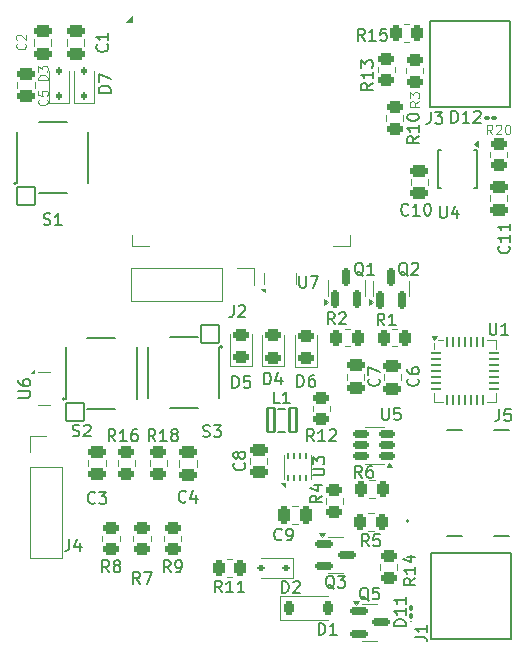
<source format=gto>
G04 #@! TF.GenerationSoftware,KiCad,Pcbnew,9.0.2*
G04 #@! TF.CreationDate,2025-07-23T09:57:04+02:00*
G04 #@! TF.ProjectId,Capteur_courant_IoT,43617074-6575-4725-9f63-6f7572616e74,rev?*
G04 #@! TF.SameCoordinates,Original*
G04 #@! TF.FileFunction,Legend,Top*
G04 #@! TF.FilePolarity,Positive*
%FSLAX46Y46*%
G04 Gerber Fmt 4.6, Leading zero omitted, Abs format (unit mm)*
G04 Created by KiCad (PCBNEW 9.0.2) date 2025-07-23 09:57:04*
%MOMM*%
%LPD*%
G01*
G04 APERTURE LIST*
G04 Aperture macros list*
%AMRoundRect*
0 Rectangle with rounded corners*
0 $1 Rounding radius*
0 $2 $3 $4 $5 $6 $7 $8 $9 X,Y pos of 4 corners*
0 Add a 4 corners polygon primitive as box body*
4,1,4,$2,$3,$4,$5,$6,$7,$8,$9,$2,$3,0*
0 Add four circle primitives for the rounded corners*
1,1,$1+$1,$2,$3*
1,1,$1+$1,$4,$5*
1,1,$1+$1,$6,$7*
1,1,$1+$1,$8,$9*
0 Add four rect primitives between the rounded corners*
20,1,$1+$1,$2,$3,$4,$5,0*
20,1,$1+$1,$4,$5,$6,$7,0*
20,1,$1+$1,$6,$7,$8,$9,0*
20,1,$1+$1,$8,$9,$2,$3,0*%
G04 Aperture macros list end*
%ADD10C,0.150000*%
%ADD11C,0.080000*%
%ADD12C,0.100000*%
%ADD13C,0.120000*%
%ADD14C,0.127000*%
%ADD15C,0.200000*%
%ADD16C,0.152400*%
%ADD17C,0.010000*%
%ADD18RoundRect,0.250000X0.262500X0.450000X-0.262500X0.450000X-0.262500X-0.450000X0.262500X-0.450000X0*%
%ADD19RoundRect,0.112500X0.187500X0.112500X-0.187500X0.112500X-0.187500X-0.112500X0.187500X-0.112500X0*%
%ADD20RoundRect,0.250000X-0.475000X0.250000X-0.475000X-0.250000X0.475000X-0.250000X0.475000X0.250000X0*%
%ADD21RoundRect,0.250000X0.475000X-0.250000X0.475000X0.250000X-0.475000X0.250000X-0.475000X-0.250000X0*%
%ADD22RoundRect,0.250000X0.450000X-0.262500X0.450000X0.262500X-0.450000X0.262500X-0.450000X-0.262500X0*%
%ADD23C,5.600000*%
%ADD24RoundRect,0.150000X0.512500X0.150000X-0.512500X0.150000X-0.512500X-0.150000X0.512500X-0.150000X0*%
%ADD25RoundRect,0.250000X-0.262500X-0.450000X0.262500X-0.450000X0.262500X0.450000X-0.262500X0.450000X0*%
%ADD26RoundRect,0.102000X0.312500X1.000000X-0.312500X1.000000X-0.312500X-1.000000X0.312500X-1.000000X0*%
%ADD27RoundRect,0.150000X0.150000X-0.587500X0.150000X0.587500X-0.150000X0.587500X-0.150000X-0.587500X0*%
%ADD28RoundRect,0.250000X-0.450000X0.262500X-0.450000X-0.262500X0.450000X-0.262500X0.450000X0.262500X0*%
%ADD29R,0.250000X0.625000*%
%ADD30R,0.450000X0.700000*%
%ADD31R,0.450000X0.575000*%
%ADD32RoundRect,0.062500X-0.337500X-0.062500X0.337500X-0.062500X0.337500X0.062500X-0.337500X0.062500X0*%
%ADD33RoundRect,0.062500X-0.062500X-0.337500X0.062500X-0.337500X0.062500X0.337500X-0.062500X0.337500X0*%
%ADD34R,3.350000X3.350000*%
%ADD35R,0.625000X0.250000*%
%ADD36R,0.700000X0.450000*%
%ADD37R,0.575000X0.450000*%
%ADD38RoundRect,0.150000X-0.587500X-0.150000X0.587500X-0.150000X0.587500X0.150000X-0.587500X0.150000X0*%
%ADD39R,1.700000X1.700000*%
%ADD40C,1.700000*%
%ADD41RoundRect,0.102000X0.754000X-0.754000X0.754000X0.754000X-0.754000X0.754000X-0.754000X-0.754000X0*%
%ADD42C,1.712000*%
%ADD43RoundRect,0.100000X0.100000X-0.130000X0.100000X0.130000X-0.100000X0.130000X-0.100000X-0.130000X0*%
%ADD44RoundRect,0.243750X0.456250X-0.243750X0.456250X0.243750X-0.456250X0.243750X-0.456250X-0.243750X0*%
%ADD45C,1.651000*%
%ADD46RoundRect,0.062500X0.062500X-0.187500X0.062500X0.187500X-0.062500X0.187500X-0.062500X-0.187500X0*%
%ADD47R,1.600000X0.900000*%
%ADD48RoundRect,0.102000X-0.754000X0.754000X-0.754000X-0.754000X0.754000X-0.754000X0.754000X0.754000X0*%
%ADD49R,0.250000X1.100000*%
%ADD50RoundRect,0.112500X0.112500X-0.187500X0.112500X0.187500X-0.112500X0.187500X-0.112500X-0.187500X0*%
%ADD51RoundRect,0.100000X-0.130000X-0.100000X0.130000X-0.100000X0.130000X0.100000X-0.130000X0.100000X0*%
%ADD52RoundRect,0.250000X0.250000X0.475000X-0.250000X0.475000X-0.250000X-0.475000X0.250000X-0.475000X0*%
%ADD53R,1.500000X0.900000*%
%ADD54R,0.900000X1.500000*%
%ADD55R,0.900000X0.900000*%
%ADD56C,0.600000*%
%ADD57RoundRect,0.225000X-0.225000X-0.375000X0.225000X-0.375000X0.225000X0.375000X-0.225000X0.375000X0*%
%ADD58C,0.650000*%
%ADD59O,2.304000X1.204000*%
%ADD60O,2.004000X1.204000*%
G04 APERTURE END LIST*
D10*
X150433333Y-99354819D02*
X150100000Y-98878628D01*
X149861905Y-99354819D02*
X149861905Y-98354819D01*
X149861905Y-98354819D02*
X150242857Y-98354819D01*
X150242857Y-98354819D02*
X150338095Y-98402438D01*
X150338095Y-98402438D02*
X150385714Y-98450057D01*
X150385714Y-98450057D02*
X150433333Y-98545295D01*
X150433333Y-98545295D02*
X150433333Y-98688152D01*
X150433333Y-98688152D02*
X150385714Y-98783390D01*
X150385714Y-98783390D02*
X150338095Y-98831009D01*
X150338095Y-98831009D02*
X150242857Y-98878628D01*
X150242857Y-98878628D02*
X149861905Y-98878628D01*
X150814286Y-98450057D02*
X150861905Y-98402438D01*
X150861905Y-98402438D02*
X150957143Y-98354819D01*
X150957143Y-98354819D02*
X151195238Y-98354819D01*
X151195238Y-98354819D02*
X151290476Y-98402438D01*
X151290476Y-98402438D02*
X151338095Y-98450057D01*
X151338095Y-98450057D02*
X151385714Y-98545295D01*
X151385714Y-98545295D02*
X151385714Y-98640533D01*
X151385714Y-98640533D02*
X151338095Y-98783390D01*
X151338095Y-98783390D02*
X150766667Y-99354819D01*
X150766667Y-99354819D02*
X151385714Y-99354819D01*
X145961905Y-122114819D02*
X145961905Y-121114819D01*
X145961905Y-121114819D02*
X146200000Y-121114819D01*
X146200000Y-121114819D02*
X146342857Y-121162438D01*
X146342857Y-121162438D02*
X146438095Y-121257676D01*
X146438095Y-121257676D02*
X146485714Y-121352914D01*
X146485714Y-121352914D02*
X146533333Y-121543390D01*
X146533333Y-121543390D02*
X146533333Y-121686247D01*
X146533333Y-121686247D02*
X146485714Y-121876723D01*
X146485714Y-121876723D02*
X146438095Y-121971961D01*
X146438095Y-121971961D02*
X146342857Y-122067200D01*
X146342857Y-122067200D02*
X146200000Y-122114819D01*
X146200000Y-122114819D02*
X145961905Y-122114819D01*
X146914286Y-121210057D02*
X146961905Y-121162438D01*
X146961905Y-121162438D02*
X147057143Y-121114819D01*
X147057143Y-121114819D02*
X147295238Y-121114819D01*
X147295238Y-121114819D02*
X147390476Y-121162438D01*
X147390476Y-121162438D02*
X147438095Y-121210057D01*
X147438095Y-121210057D02*
X147485714Y-121305295D01*
X147485714Y-121305295D02*
X147485714Y-121400533D01*
X147485714Y-121400533D02*
X147438095Y-121543390D01*
X147438095Y-121543390D02*
X146866667Y-122114819D01*
X146866667Y-122114819D02*
X147485714Y-122114819D01*
X142759580Y-111116666D02*
X142807200Y-111164285D01*
X142807200Y-111164285D02*
X142854819Y-111307142D01*
X142854819Y-111307142D02*
X142854819Y-111402380D01*
X142854819Y-111402380D02*
X142807200Y-111545237D01*
X142807200Y-111545237D02*
X142711961Y-111640475D01*
X142711961Y-111640475D02*
X142616723Y-111688094D01*
X142616723Y-111688094D02*
X142426247Y-111735713D01*
X142426247Y-111735713D02*
X142283390Y-111735713D01*
X142283390Y-111735713D02*
X142092914Y-111688094D01*
X142092914Y-111688094D02*
X141997676Y-111640475D01*
X141997676Y-111640475D02*
X141902438Y-111545237D01*
X141902438Y-111545237D02*
X141854819Y-111402380D01*
X141854819Y-111402380D02*
X141854819Y-111307142D01*
X141854819Y-111307142D02*
X141902438Y-111164285D01*
X141902438Y-111164285D02*
X141950057Y-111116666D01*
X142283390Y-110545237D02*
X142235771Y-110640475D01*
X142235771Y-110640475D02*
X142188152Y-110688094D01*
X142188152Y-110688094D02*
X142092914Y-110735713D01*
X142092914Y-110735713D02*
X142045295Y-110735713D01*
X142045295Y-110735713D02*
X141950057Y-110688094D01*
X141950057Y-110688094D02*
X141902438Y-110640475D01*
X141902438Y-110640475D02*
X141854819Y-110545237D01*
X141854819Y-110545237D02*
X141854819Y-110354761D01*
X141854819Y-110354761D02*
X141902438Y-110259523D01*
X141902438Y-110259523D02*
X141950057Y-110211904D01*
X141950057Y-110211904D02*
X142045295Y-110164285D01*
X142045295Y-110164285D02*
X142092914Y-110164285D01*
X142092914Y-110164285D02*
X142188152Y-110211904D01*
X142188152Y-110211904D02*
X142235771Y-110259523D01*
X142235771Y-110259523D02*
X142283390Y-110354761D01*
X142283390Y-110354761D02*
X142283390Y-110545237D01*
X142283390Y-110545237D02*
X142331009Y-110640475D01*
X142331009Y-110640475D02*
X142378628Y-110688094D01*
X142378628Y-110688094D02*
X142473866Y-110735713D01*
X142473866Y-110735713D02*
X142664342Y-110735713D01*
X142664342Y-110735713D02*
X142759580Y-110688094D01*
X142759580Y-110688094D02*
X142807200Y-110640475D01*
X142807200Y-110640475D02*
X142854819Y-110545237D01*
X142854819Y-110545237D02*
X142854819Y-110354761D01*
X142854819Y-110354761D02*
X142807200Y-110259523D01*
X142807200Y-110259523D02*
X142759580Y-110211904D01*
X142759580Y-110211904D02*
X142664342Y-110164285D01*
X142664342Y-110164285D02*
X142473866Y-110164285D01*
X142473866Y-110164285D02*
X142378628Y-110211904D01*
X142378628Y-110211904D02*
X142331009Y-110259523D01*
X142331009Y-110259523D02*
X142283390Y-110354761D01*
X157459580Y-103966666D02*
X157507200Y-104014285D01*
X157507200Y-104014285D02*
X157554819Y-104157142D01*
X157554819Y-104157142D02*
X157554819Y-104252380D01*
X157554819Y-104252380D02*
X157507200Y-104395237D01*
X157507200Y-104395237D02*
X157411961Y-104490475D01*
X157411961Y-104490475D02*
X157316723Y-104538094D01*
X157316723Y-104538094D02*
X157126247Y-104585713D01*
X157126247Y-104585713D02*
X156983390Y-104585713D01*
X156983390Y-104585713D02*
X156792914Y-104538094D01*
X156792914Y-104538094D02*
X156697676Y-104490475D01*
X156697676Y-104490475D02*
X156602438Y-104395237D01*
X156602438Y-104395237D02*
X156554819Y-104252380D01*
X156554819Y-104252380D02*
X156554819Y-104157142D01*
X156554819Y-104157142D02*
X156602438Y-104014285D01*
X156602438Y-104014285D02*
X156650057Y-103966666D01*
X156554819Y-103109523D02*
X156554819Y-103299999D01*
X156554819Y-103299999D02*
X156602438Y-103395237D01*
X156602438Y-103395237D02*
X156650057Y-103442856D01*
X156650057Y-103442856D02*
X156792914Y-103538094D01*
X156792914Y-103538094D02*
X156983390Y-103585713D01*
X156983390Y-103585713D02*
X157364342Y-103585713D01*
X157364342Y-103585713D02*
X157459580Y-103538094D01*
X157459580Y-103538094D02*
X157507200Y-103490475D01*
X157507200Y-103490475D02*
X157554819Y-103395237D01*
X157554819Y-103395237D02*
X157554819Y-103204761D01*
X157554819Y-103204761D02*
X157507200Y-103109523D01*
X157507200Y-103109523D02*
X157459580Y-103061904D01*
X157459580Y-103061904D02*
X157364342Y-103014285D01*
X157364342Y-103014285D02*
X157126247Y-103014285D01*
X157126247Y-103014285D02*
X157031009Y-103061904D01*
X157031009Y-103061904D02*
X156983390Y-103109523D01*
X156983390Y-103109523D02*
X156935771Y-103204761D01*
X156935771Y-103204761D02*
X156935771Y-103395237D01*
X156935771Y-103395237D02*
X156983390Y-103490475D01*
X156983390Y-103490475D02*
X157031009Y-103538094D01*
X157031009Y-103538094D02*
X157126247Y-103585713D01*
X157254819Y-120842857D02*
X156778628Y-121176190D01*
X157254819Y-121414285D02*
X156254819Y-121414285D01*
X156254819Y-121414285D02*
X156254819Y-121033333D01*
X156254819Y-121033333D02*
X156302438Y-120938095D01*
X156302438Y-120938095D02*
X156350057Y-120890476D01*
X156350057Y-120890476D02*
X156445295Y-120842857D01*
X156445295Y-120842857D02*
X156588152Y-120842857D01*
X156588152Y-120842857D02*
X156683390Y-120890476D01*
X156683390Y-120890476D02*
X156731009Y-120938095D01*
X156731009Y-120938095D02*
X156778628Y-121033333D01*
X156778628Y-121033333D02*
X156778628Y-121414285D01*
X157254819Y-119890476D02*
X157254819Y-120461904D01*
X157254819Y-120176190D02*
X156254819Y-120176190D01*
X156254819Y-120176190D02*
X156397676Y-120271428D01*
X156397676Y-120271428D02*
X156492914Y-120366666D01*
X156492914Y-120366666D02*
X156540533Y-120461904D01*
X156588152Y-119033333D02*
X157254819Y-119033333D01*
X156207200Y-119271428D02*
X156921485Y-119509523D01*
X156921485Y-119509523D02*
X156921485Y-118890476D01*
X154438095Y-106454819D02*
X154438095Y-107264342D01*
X154438095Y-107264342D02*
X154485714Y-107359580D01*
X154485714Y-107359580D02*
X154533333Y-107407200D01*
X154533333Y-107407200D02*
X154628571Y-107454819D01*
X154628571Y-107454819D02*
X154819047Y-107454819D01*
X154819047Y-107454819D02*
X154914285Y-107407200D01*
X154914285Y-107407200D02*
X154961904Y-107359580D01*
X154961904Y-107359580D02*
X155009523Y-107264342D01*
X155009523Y-107264342D02*
X155009523Y-106454819D01*
X155961904Y-106454819D02*
X155485714Y-106454819D01*
X155485714Y-106454819D02*
X155438095Y-106931009D01*
X155438095Y-106931009D02*
X155485714Y-106883390D01*
X155485714Y-106883390D02*
X155580952Y-106835771D01*
X155580952Y-106835771D02*
X155819047Y-106835771D01*
X155819047Y-106835771D02*
X155914285Y-106883390D01*
X155914285Y-106883390D02*
X155961904Y-106931009D01*
X155961904Y-106931009D02*
X156009523Y-107026247D01*
X156009523Y-107026247D02*
X156009523Y-107264342D01*
X156009523Y-107264342D02*
X155961904Y-107359580D01*
X155961904Y-107359580D02*
X155914285Y-107407200D01*
X155914285Y-107407200D02*
X155819047Y-107454819D01*
X155819047Y-107454819D02*
X155580952Y-107454819D01*
X155580952Y-107454819D02*
X155485714Y-107407200D01*
X155485714Y-107407200D02*
X155438095Y-107359580D01*
X148657142Y-109254819D02*
X148323809Y-108778628D01*
X148085714Y-109254819D02*
X148085714Y-108254819D01*
X148085714Y-108254819D02*
X148466666Y-108254819D01*
X148466666Y-108254819D02*
X148561904Y-108302438D01*
X148561904Y-108302438D02*
X148609523Y-108350057D01*
X148609523Y-108350057D02*
X148657142Y-108445295D01*
X148657142Y-108445295D02*
X148657142Y-108588152D01*
X148657142Y-108588152D02*
X148609523Y-108683390D01*
X148609523Y-108683390D02*
X148561904Y-108731009D01*
X148561904Y-108731009D02*
X148466666Y-108778628D01*
X148466666Y-108778628D02*
X148085714Y-108778628D01*
X149609523Y-109254819D02*
X149038095Y-109254819D01*
X149323809Y-109254819D02*
X149323809Y-108254819D01*
X149323809Y-108254819D02*
X149228571Y-108397676D01*
X149228571Y-108397676D02*
X149133333Y-108492914D01*
X149133333Y-108492914D02*
X149038095Y-108540533D01*
X149990476Y-108350057D02*
X150038095Y-108302438D01*
X150038095Y-108302438D02*
X150133333Y-108254819D01*
X150133333Y-108254819D02*
X150371428Y-108254819D01*
X150371428Y-108254819D02*
X150466666Y-108302438D01*
X150466666Y-108302438D02*
X150514285Y-108350057D01*
X150514285Y-108350057D02*
X150561904Y-108445295D01*
X150561904Y-108445295D02*
X150561904Y-108540533D01*
X150561904Y-108540533D02*
X150514285Y-108683390D01*
X150514285Y-108683390D02*
X149942857Y-109254819D01*
X149942857Y-109254819D02*
X150561904Y-109254819D01*
D11*
X157585935Y-80473332D02*
X157204982Y-80739999D01*
X157585935Y-80930475D02*
X156785935Y-80930475D01*
X156785935Y-80930475D02*
X156785935Y-80625713D01*
X156785935Y-80625713D02*
X156824030Y-80549523D01*
X156824030Y-80549523D02*
X156862125Y-80511428D01*
X156862125Y-80511428D02*
X156938316Y-80473332D01*
X156938316Y-80473332D02*
X157052601Y-80473332D01*
X157052601Y-80473332D02*
X157128792Y-80511428D01*
X157128792Y-80511428D02*
X157166887Y-80549523D01*
X157166887Y-80549523D02*
X157204982Y-80625713D01*
X157204982Y-80625713D02*
X157204982Y-80930475D01*
X156785935Y-80206666D02*
X156785935Y-79711428D01*
X156785935Y-79711428D02*
X157090697Y-79978094D01*
X157090697Y-79978094D02*
X157090697Y-79863809D01*
X157090697Y-79863809D02*
X157128792Y-79787618D01*
X157128792Y-79787618D02*
X157166887Y-79749523D01*
X157166887Y-79749523D02*
X157243078Y-79711428D01*
X157243078Y-79711428D02*
X157433554Y-79711428D01*
X157433554Y-79711428D02*
X157509744Y-79749523D01*
X157509744Y-79749523D02*
X157547840Y-79787618D01*
X157547840Y-79787618D02*
X157585935Y-79863809D01*
X157585935Y-79863809D02*
X157585935Y-80092380D01*
X157585935Y-80092380D02*
X157547840Y-80168571D01*
X157547840Y-80168571D02*
X157509744Y-80206666D01*
D10*
X153333333Y-118154819D02*
X153000000Y-117678628D01*
X152761905Y-118154819D02*
X152761905Y-117154819D01*
X152761905Y-117154819D02*
X153142857Y-117154819D01*
X153142857Y-117154819D02*
X153238095Y-117202438D01*
X153238095Y-117202438D02*
X153285714Y-117250057D01*
X153285714Y-117250057D02*
X153333333Y-117345295D01*
X153333333Y-117345295D02*
X153333333Y-117488152D01*
X153333333Y-117488152D02*
X153285714Y-117583390D01*
X153285714Y-117583390D02*
X153238095Y-117631009D01*
X153238095Y-117631009D02*
X153142857Y-117678628D01*
X153142857Y-117678628D02*
X152761905Y-117678628D01*
X154238095Y-117154819D02*
X153761905Y-117154819D01*
X153761905Y-117154819D02*
X153714286Y-117631009D01*
X153714286Y-117631009D02*
X153761905Y-117583390D01*
X153761905Y-117583390D02*
X153857143Y-117535771D01*
X153857143Y-117535771D02*
X154095238Y-117535771D01*
X154095238Y-117535771D02*
X154190476Y-117583390D01*
X154190476Y-117583390D02*
X154238095Y-117631009D01*
X154238095Y-117631009D02*
X154285714Y-117726247D01*
X154285714Y-117726247D02*
X154285714Y-117964342D01*
X154285714Y-117964342D02*
X154238095Y-118059580D01*
X154238095Y-118059580D02*
X154190476Y-118107200D01*
X154190476Y-118107200D02*
X154095238Y-118154819D01*
X154095238Y-118154819D02*
X153857143Y-118154819D01*
X153857143Y-118154819D02*
X153761905Y-118107200D01*
X153761905Y-118107200D02*
X153714286Y-118059580D01*
X149354819Y-113866666D02*
X148878628Y-114199999D01*
X149354819Y-114438094D02*
X148354819Y-114438094D01*
X148354819Y-114438094D02*
X148354819Y-114057142D01*
X148354819Y-114057142D02*
X148402438Y-113961904D01*
X148402438Y-113961904D02*
X148450057Y-113914285D01*
X148450057Y-113914285D02*
X148545295Y-113866666D01*
X148545295Y-113866666D02*
X148688152Y-113866666D01*
X148688152Y-113866666D02*
X148783390Y-113914285D01*
X148783390Y-113914285D02*
X148831009Y-113961904D01*
X148831009Y-113961904D02*
X148878628Y-114057142D01*
X148878628Y-114057142D02*
X148878628Y-114438094D01*
X148688152Y-113009523D02*
X149354819Y-113009523D01*
X148307200Y-113247618D02*
X149021485Y-113485713D01*
X149021485Y-113485713D02*
X149021485Y-112866666D01*
X154633333Y-99454819D02*
X154300000Y-98978628D01*
X154061905Y-99454819D02*
X154061905Y-98454819D01*
X154061905Y-98454819D02*
X154442857Y-98454819D01*
X154442857Y-98454819D02*
X154538095Y-98502438D01*
X154538095Y-98502438D02*
X154585714Y-98550057D01*
X154585714Y-98550057D02*
X154633333Y-98645295D01*
X154633333Y-98645295D02*
X154633333Y-98788152D01*
X154633333Y-98788152D02*
X154585714Y-98883390D01*
X154585714Y-98883390D02*
X154538095Y-98931009D01*
X154538095Y-98931009D02*
X154442857Y-98978628D01*
X154442857Y-98978628D02*
X154061905Y-98978628D01*
X155585714Y-99454819D02*
X155014286Y-99454819D01*
X155300000Y-99454819D02*
X155300000Y-98454819D01*
X155300000Y-98454819D02*
X155204762Y-98597676D01*
X155204762Y-98597676D02*
X155109524Y-98692914D01*
X155109524Y-98692914D02*
X155014286Y-98740533D01*
X145770833Y-106054819D02*
X145294643Y-106054819D01*
X145294643Y-106054819D02*
X145294643Y-105054819D01*
X146627976Y-106054819D02*
X146056548Y-106054819D01*
X146342262Y-106054819D02*
X146342262Y-105054819D01*
X146342262Y-105054819D02*
X146247024Y-105197676D01*
X146247024Y-105197676D02*
X146151786Y-105292914D01*
X146151786Y-105292914D02*
X146056548Y-105340533D01*
X152733333Y-112354819D02*
X152400000Y-111878628D01*
X152161905Y-112354819D02*
X152161905Y-111354819D01*
X152161905Y-111354819D02*
X152542857Y-111354819D01*
X152542857Y-111354819D02*
X152638095Y-111402438D01*
X152638095Y-111402438D02*
X152685714Y-111450057D01*
X152685714Y-111450057D02*
X152733333Y-111545295D01*
X152733333Y-111545295D02*
X152733333Y-111688152D01*
X152733333Y-111688152D02*
X152685714Y-111783390D01*
X152685714Y-111783390D02*
X152638095Y-111831009D01*
X152638095Y-111831009D02*
X152542857Y-111878628D01*
X152542857Y-111878628D02*
X152161905Y-111878628D01*
X153590476Y-111354819D02*
X153400000Y-111354819D01*
X153400000Y-111354819D02*
X153304762Y-111402438D01*
X153304762Y-111402438D02*
X153257143Y-111450057D01*
X153257143Y-111450057D02*
X153161905Y-111592914D01*
X153161905Y-111592914D02*
X153114286Y-111783390D01*
X153114286Y-111783390D02*
X153114286Y-112164342D01*
X153114286Y-112164342D02*
X153161905Y-112259580D01*
X153161905Y-112259580D02*
X153209524Y-112307200D01*
X153209524Y-112307200D02*
X153304762Y-112354819D01*
X153304762Y-112354819D02*
X153495238Y-112354819D01*
X153495238Y-112354819D02*
X153590476Y-112307200D01*
X153590476Y-112307200D02*
X153638095Y-112259580D01*
X153638095Y-112259580D02*
X153685714Y-112164342D01*
X153685714Y-112164342D02*
X153685714Y-111926247D01*
X153685714Y-111926247D02*
X153638095Y-111831009D01*
X153638095Y-111831009D02*
X153590476Y-111783390D01*
X153590476Y-111783390D02*
X153495238Y-111735771D01*
X153495238Y-111735771D02*
X153304762Y-111735771D01*
X153304762Y-111735771D02*
X153209524Y-111783390D01*
X153209524Y-111783390D02*
X153161905Y-111831009D01*
X153161905Y-111831009D02*
X153114286Y-111926247D01*
X152864761Y-95250057D02*
X152769523Y-95202438D01*
X152769523Y-95202438D02*
X152674285Y-95107200D01*
X152674285Y-95107200D02*
X152531428Y-94964342D01*
X152531428Y-94964342D02*
X152436190Y-94916723D01*
X152436190Y-94916723D02*
X152340952Y-94916723D01*
X152388571Y-95154819D02*
X152293333Y-95107200D01*
X152293333Y-95107200D02*
X152198095Y-95011961D01*
X152198095Y-95011961D02*
X152150476Y-94821485D01*
X152150476Y-94821485D02*
X152150476Y-94488152D01*
X152150476Y-94488152D02*
X152198095Y-94297676D01*
X152198095Y-94297676D02*
X152293333Y-94202438D01*
X152293333Y-94202438D02*
X152388571Y-94154819D01*
X152388571Y-94154819D02*
X152579047Y-94154819D01*
X152579047Y-94154819D02*
X152674285Y-94202438D01*
X152674285Y-94202438D02*
X152769523Y-94297676D01*
X152769523Y-94297676D02*
X152817142Y-94488152D01*
X152817142Y-94488152D02*
X152817142Y-94821485D01*
X152817142Y-94821485D02*
X152769523Y-95011961D01*
X152769523Y-95011961D02*
X152674285Y-95107200D01*
X152674285Y-95107200D02*
X152579047Y-95154819D01*
X152579047Y-95154819D02*
X152388571Y-95154819D01*
X153769523Y-95154819D02*
X153198095Y-95154819D01*
X153483809Y-95154819D02*
X153483809Y-94154819D01*
X153483809Y-94154819D02*
X153388571Y-94297676D01*
X153388571Y-94297676D02*
X153293333Y-94392914D01*
X153293333Y-94392914D02*
X153198095Y-94440533D01*
X156657142Y-90059580D02*
X156609523Y-90107200D01*
X156609523Y-90107200D02*
X156466666Y-90154819D01*
X156466666Y-90154819D02*
X156371428Y-90154819D01*
X156371428Y-90154819D02*
X156228571Y-90107200D01*
X156228571Y-90107200D02*
X156133333Y-90011961D01*
X156133333Y-90011961D02*
X156085714Y-89916723D01*
X156085714Y-89916723D02*
X156038095Y-89726247D01*
X156038095Y-89726247D02*
X156038095Y-89583390D01*
X156038095Y-89583390D02*
X156085714Y-89392914D01*
X156085714Y-89392914D02*
X156133333Y-89297676D01*
X156133333Y-89297676D02*
X156228571Y-89202438D01*
X156228571Y-89202438D02*
X156371428Y-89154819D01*
X156371428Y-89154819D02*
X156466666Y-89154819D01*
X156466666Y-89154819D02*
X156609523Y-89202438D01*
X156609523Y-89202438D02*
X156657142Y-89250057D01*
X157609523Y-90154819D02*
X157038095Y-90154819D01*
X157323809Y-90154819D02*
X157323809Y-89154819D01*
X157323809Y-89154819D02*
X157228571Y-89297676D01*
X157228571Y-89297676D02*
X157133333Y-89392914D01*
X157133333Y-89392914D02*
X157038095Y-89440533D01*
X158228571Y-89154819D02*
X158323809Y-89154819D01*
X158323809Y-89154819D02*
X158419047Y-89202438D01*
X158419047Y-89202438D02*
X158466666Y-89250057D01*
X158466666Y-89250057D02*
X158514285Y-89345295D01*
X158514285Y-89345295D02*
X158561904Y-89535771D01*
X158561904Y-89535771D02*
X158561904Y-89773866D01*
X158561904Y-89773866D02*
X158514285Y-89964342D01*
X158514285Y-89964342D02*
X158466666Y-90059580D01*
X158466666Y-90059580D02*
X158419047Y-90107200D01*
X158419047Y-90107200D02*
X158323809Y-90154819D01*
X158323809Y-90154819D02*
X158228571Y-90154819D01*
X158228571Y-90154819D02*
X158133333Y-90107200D01*
X158133333Y-90107200D02*
X158085714Y-90059580D01*
X158085714Y-90059580D02*
X158038095Y-89964342D01*
X158038095Y-89964342D02*
X157990476Y-89773866D01*
X157990476Y-89773866D02*
X157990476Y-89535771D01*
X157990476Y-89535771D02*
X158038095Y-89345295D01*
X158038095Y-89345295D02*
X158085714Y-89250057D01*
X158085714Y-89250057D02*
X158133333Y-89202438D01*
X158133333Y-89202438D02*
X158228571Y-89154819D01*
D12*
X163785714Y-83264895D02*
X163519047Y-82883942D01*
X163328571Y-83264895D02*
X163328571Y-82464895D01*
X163328571Y-82464895D02*
X163633333Y-82464895D01*
X163633333Y-82464895D02*
X163709523Y-82502990D01*
X163709523Y-82502990D02*
X163747618Y-82541085D01*
X163747618Y-82541085D02*
X163785714Y-82617276D01*
X163785714Y-82617276D02*
X163785714Y-82731561D01*
X163785714Y-82731561D02*
X163747618Y-82807752D01*
X163747618Y-82807752D02*
X163709523Y-82845847D01*
X163709523Y-82845847D02*
X163633333Y-82883942D01*
X163633333Y-82883942D02*
X163328571Y-82883942D01*
X164090475Y-82541085D02*
X164128571Y-82502990D01*
X164128571Y-82502990D02*
X164204761Y-82464895D01*
X164204761Y-82464895D02*
X164395237Y-82464895D01*
X164395237Y-82464895D02*
X164471428Y-82502990D01*
X164471428Y-82502990D02*
X164509523Y-82541085D01*
X164509523Y-82541085D02*
X164547618Y-82617276D01*
X164547618Y-82617276D02*
X164547618Y-82693466D01*
X164547618Y-82693466D02*
X164509523Y-82807752D01*
X164509523Y-82807752D02*
X164052380Y-83264895D01*
X164052380Y-83264895D02*
X164547618Y-83264895D01*
X165042857Y-82464895D02*
X165119047Y-82464895D01*
X165119047Y-82464895D02*
X165195238Y-82502990D01*
X165195238Y-82502990D02*
X165233333Y-82541085D01*
X165233333Y-82541085D02*
X165271428Y-82617276D01*
X165271428Y-82617276D02*
X165309523Y-82769657D01*
X165309523Y-82769657D02*
X165309523Y-82960133D01*
X165309523Y-82960133D02*
X165271428Y-83112514D01*
X165271428Y-83112514D02*
X165233333Y-83188704D01*
X165233333Y-83188704D02*
X165195238Y-83226800D01*
X165195238Y-83226800D02*
X165119047Y-83264895D01*
X165119047Y-83264895D02*
X165042857Y-83264895D01*
X165042857Y-83264895D02*
X164966666Y-83226800D01*
X164966666Y-83226800D02*
X164928571Y-83188704D01*
X164928571Y-83188704D02*
X164890476Y-83112514D01*
X164890476Y-83112514D02*
X164852380Y-82960133D01*
X164852380Y-82960133D02*
X164852380Y-82769657D01*
X164852380Y-82769657D02*
X164890476Y-82617276D01*
X164890476Y-82617276D02*
X164928571Y-82541085D01*
X164928571Y-82541085D02*
X164966666Y-82502990D01*
X164966666Y-82502990D02*
X165042857Y-82464895D01*
D11*
X126039744Y-80333332D02*
X126077840Y-80371428D01*
X126077840Y-80371428D02*
X126115935Y-80485713D01*
X126115935Y-80485713D02*
X126115935Y-80561904D01*
X126115935Y-80561904D02*
X126077840Y-80676190D01*
X126077840Y-80676190D02*
X126001649Y-80752380D01*
X126001649Y-80752380D02*
X125925459Y-80790475D01*
X125925459Y-80790475D02*
X125773078Y-80828571D01*
X125773078Y-80828571D02*
X125658792Y-80828571D01*
X125658792Y-80828571D02*
X125506411Y-80790475D01*
X125506411Y-80790475D02*
X125430220Y-80752380D01*
X125430220Y-80752380D02*
X125354030Y-80676190D01*
X125354030Y-80676190D02*
X125315935Y-80561904D01*
X125315935Y-80561904D02*
X125315935Y-80485713D01*
X125315935Y-80485713D02*
X125354030Y-80371428D01*
X125354030Y-80371428D02*
X125392125Y-80333332D01*
X125315935Y-79609523D02*
X125315935Y-79990475D01*
X125315935Y-79990475D02*
X125696887Y-80028571D01*
X125696887Y-80028571D02*
X125658792Y-79990475D01*
X125658792Y-79990475D02*
X125620697Y-79914285D01*
X125620697Y-79914285D02*
X125620697Y-79723809D01*
X125620697Y-79723809D02*
X125658792Y-79647618D01*
X125658792Y-79647618D02*
X125696887Y-79609523D01*
X125696887Y-79609523D02*
X125773078Y-79571428D01*
X125773078Y-79571428D02*
X125963554Y-79571428D01*
X125963554Y-79571428D02*
X126039744Y-79609523D01*
X126039744Y-79609523D02*
X126077840Y-79647618D01*
X126077840Y-79647618D02*
X126115935Y-79723809D01*
X126115935Y-79723809D02*
X126115935Y-79914285D01*
X126115935Y-79914285D02*
X126077840Y-79990475D01*
X126077840Y-79990475D02*
X126039744Y-80028571D01*
D10*
X137833333Y-114359580D02*
X137785714Y-114407200D01*
X137785714Y-114407200D02*
X137642857Y-114454819D01*
X137642857Y-114454819D02*
X137547619Y-114454819D01*
X137547619Y-114454819D02*
X137404762Y-114407200D01*
X137404762Y-114407200D02*
X137309524Y-114311961D01*
X137309524Y-114311961D02*
X137261905Y-114216723D01*
X137261905Y-114216723D02*
X137214286Y-114026247D01*
X137214286Y-114026247D02*
X137214286Y-113883390D01*
X137214286Y-113883390D02*
X137261905Y-113692914D01*
X137261905Y-113692914D02*
X137309524Y-113597676D01*
X137309524Y-113597676D02*
X137404762Y-113502438D01*
X137404762Y-113502438D02*
X137547619Y-113454819D01*
X137547619Y-113454819D02*
X137642857Y-113454819D01*
X137642857Y-113454819D02*
X137785714Y-113502438D01*
X137785714Y-113502438D02*
X137833333Y-113550057D01*
X138690476Y-113788152D02*
X138690476Y-114454819D01*
X138452381Y-113407200D02*
X138214286Y-114121485D01*
X138214286Y-114121485D02*
X138833333Y-114121485D01*
X153654819Y-78930357D02*
X153178628Y-79263690D01*
X153654819Y-79501785D02*
X152654819Y-79501785D01*
X152654819Y-79501785D02*
X152654819Y-79120833D01*
X152654819Y-79120833D02*
X152702438Y-79025595D01*
X152702438Y-79025595D02*
X152750057Y-78977976D01*
X152750057Y-78977976D02*
X152845295Y-78930357D01*
X152845295Y-78930357D02*
X152988152Y-78930357D01*
X152988152Y-78930357D02*
X153083390Y-78977976D01*
X153083390Y-78977976D02*
X153131009Y-79025595D01*
X153131009Y-79025595D02*
X153178628Y-79120833D01*
X153178628Y-79120833D02*
X153178628Y-79501785D01*
X153654819Y-77977976D02*
X153654819Y-78549404D01*
X153654819Y-78263690D02*
X152654819Y-78263690D01*
X152654819Y-78263690D02*
X152797676Y-78358928D01*
X152797676Y-78358928D02*
X152892914Y-78454166D01*
X152892914Y-78454166D02*
X152940533Y-78549404D01*
X152654819Y-77644642D02*
X152654819Y-77025595D01*
X152654819Y-77025595D02*
X153035771Y-77358928D01*
X153035771Y-77358928D02*
X153035771Y-77216071D01*
X153035771Y-77216071D02*
X153083390Y-77120833D01*
X153083390Y-77120833D02*
X153131009Y-77073214D01*
X153131009Y-77073214D02*
X153226247Y-77025595D01*
X153226247Y-77025595D02*
X153464342Y-77025595D01*
X153464342Y-77025595D02*
X153559580Y-77073214D01*
X153559580Y-77073214D02*
X153607200Y-77120833D01*
X153607200Y-77120833D02*
X153654819Y-77216071D01*
X153654819Y-77216071D02*
X153654819Y-77501785D01*
X153654819Y-77501785D02*
X153607200Y-77597023D01*
X153607200Y-77597023D02*
X153559580Y-77644642D01*
X133933333Y-121354819D02*
X133600000Y-120878628D01*
X133361905Y-121354819D02*
X133361905Y-120354819D01*
X133361905Y-120354819D02*
X133742857Y-120354819D01*
X133742857Y-120354819D02*
X133838095Y-120402438D01*
X133838095Y-120402438D02*
X133885714Y-120450057D01*
X133885714Y-120450057D02*
X133933333Y-120545295D01*
X133933333Y-120545295D02*
X133933333Y-120688152D01*
X133933333Y-120688152D02*
X133885714Y-120783390D01*
X133885714Y-120783390D02*
X133838095Y-120831009D01*
X133838095Y-120831009D02*
X133742857Y-120878628D01*
X133742857Y-120878628D02*
X133361905Y-120878628D01*
X134266667Y-120354819D02*
X134933333Y-120354819D01*
X134933333Y-120354819D02*
X134504762Y-121354819D01*
X147438095Y-95254819D02*
X147438095Y-96064342D01*
X147438095Y-96064342D02*
X147485714Y-96159580D01*
X147485714Y-96159580D02*
X147533333Y-96207200D01*
X147533333Y-96207200D02*
X147628571Y-96254819D01*
X147628571Y-96254819D02*
X147819047Y-96254819D01*
X147819047Y-96254819D02*
X147914285Y-96207200D01*
X147914285Y-96207200D02*
X147961904Y-96159580D01*
X147961904Y-96159580D02*
X148009523Y-96064342D01*
X148009523Y-96064342D02*
X148009523Y-95254819D01*
X148390476Y-95254819D02*
X149057142Y-95254819D01*
X149057142Y-95254819D02*
X148628571Y-96254819D01*
X163538095Y-99254819D02*
X163538095Y-100064342D01*
X163538095Y-100064342D02*
X163585714Y-100159580D01*
X163585714Y-100159580D02*
X163633333Y-100207200D01*
X163633333Y-100207200D02*
X163728571Y-100254819D01*
X163728571Y-100254819D02*
X163919047Y-100254819D01*
X163919047Y-100254819D02*
X164014285Y-100207200D01*
X164014285Y-100207200D02*
X164061904Y-100159580D01*
X164061904Y-100159580D02*
X164109523Y-100064342D01*
X164109523Y-100064342D02*
X164109523Y-99254819D01*
X165109523Y-100254819D02*
X164538095Y-100254819D01*
X164823809Y-100254819D02*
X164823809Y-99254819D01*
X164823809Y-99254819D02*
X164728571Y-99397676D01*
X164728571Y-99397676D02*
X164633333Y-99492914D01*
X164633333Y-99492914D02*
X164538095Y-99540533D01*
X152957142Y-75354819D02*
X152623809Y-74878628D01*
X152385714Y-75354819D02*
X152385714Y-74354819D01*
X152385714Y-74354819D02*
X152766666Y-74354819D01*
X152766666Y-74354819D02*
X152861904Y-74402438D01*
X152861904Y-74402438D02*
X152909523Y-74450057D01*
X152909523Y-74450057D02*
X152957142Y-74545295D01*
X152957142Y-74545295D02*
X152957142Y-74688152D01*
X152957142Y-74688152D02*
X152909523Y-74783390D01*
X152909523Y-74783390D02*
X152861904Y-74831009D01*
X152861904Y-74831009D02*
X152766666Y-74878628D01*
X152766666Y-74878628D02*
X152385714Y-74878628D01*
X153909523Y-75354819D02*
X153338095Y-75354819D01*
X153623809Y-75354819D02*
X153623809Y-74354819D01*
X153623809Y-74354819D02*
X153528571Y-74497676D01*
X153528571Y-74497676D02*
X153433333Y-74592914D01*
X153433333Y-74592914D02*
X153338095Y-74640533D01*
X154814285Y-74354819D02*
X154338095Y-74354819D01*
X154338095Y-74354819D02*
X154290476Y-74831009D01*
X154290476Y-74831009D02*
X154338095Y-74783390D01*
X154338095Y-74783390D02*
X154433333Y-74735771D01*
X154433333Y-74735771D02*
X154671428Y-74735771D01*
X154671428Y-74735771D02*
X154766666Y-74783390D01*
X154766666Y-74783390D02*
X154814285Y-74831009D01*
X154814285Y-74831009D02*
X154861904Y-74926247D01*
X154861904Y-74926247D02*
X154861904Y-75164342D01*
X154861904Y-75164342D02*
X154814285Y-75259580D01*
X154814285Y-75259580D02*
X154766666Y-75307200D01*
X154766666Y-75307200D02*
X154671428Y-75354819D01*
X154671428Y-75354819D02*
X154433333Y-75354819D01*
X154433333Y-75354819D02*
X154338095Y-75307200D01*
X154338095Y-75307200D02*
X154290476Y-75259580D01*
X123654819Y-105561904D02*
X124464342Y-105561904D01*
X124464342Y-105561904D02*
X124559580Y-105514285D01*
X124559580Y-105514285D02*
X124607200Y-105466666D01*
X124607200Y-105466666D02*
X124654819Y-105371428D01*
X124654819Y-105371428D02*
X124654819Y-105180952D01*
X124654819Y-105180952D02*
X124607200Y-105085714D01*
X124607200Y-105085714D02*
X124559580Y-105038095D01*
X124559580Y-105038095D02*
X124464342Y-104990476D01*
X124464342Y-104990476D02*
X123654819Y-104990476D01*
X123654819Y-104085714D02*
X123654819Y-104276190D01*
X123654819Y-104276190D02*
X123702438Y-104371428D01*
X123702438Y-104371428D02*
X123750057Y-104419047D01*
X123750057Y-104419047D02*
X123892914Y-104514285D01*
X123892914Y-104514285D02*
X124083390Y-104561904D01*
X124083390Y-104561904D02*
X124464342Y-104561904D01*
X124464342Y-104561904D02*
X124559580Y-104514285D01*
X124559580Y-104514285D02*
X124607200Y-104466666D01*
X124607200Y-104466666D02*
X124654819Y-104371428D01*
X124654819Y-104371428D02*
X124654819Y-104180952D01*
X124654819Y-104180952D02*
X124607200Y-104085714D01*
X124607200Y-104085714D02*
X124559580Y-104038095D01*
X124559580Y-104038095D02*
X124464342Y-103990476D01*
X124464342Y-103990476D02*
X124226247Y-103990476D01*
X124226247Y-103990476D02*
X124131009Y-104038095D01*
X124131009Y-104038095D02*
X124083390Y-104085714D01*
X124083390Y-104085714D02*
X124035771Y-104180952D01*
X124035771Y-104180952D02*
X124035771Y-104371428D01*
X124035771Y-104371428D02*
X124083390Y-104466666D01*
X124083390Y-104466666D02*
X124131009Y-104514285D01*
X124131009Y-104514285D02*
X124226247Y-104561904D01*
X150404761Y-121750057D02*
X150309523Y-121702438D01*
X150309523Y-121702438D02*
X150214285Y-121607200D01*
X150214285Y-121607200D02*
X150071428Y-121464342D01*
X150071428Y-121464342D02*
X149976190Y-121416723D01*
X149976190Y-121416723D02*
X149880952Y-121416723D01*
X149928571Y-121654819D02*
X149833333Y-121607200D01*
X149833333Y-121607200D02*
X149738095Y-121511961D01*
X149738095Y-121511961D02*
X149690476Y-121321485D01*
X149690476Y-121321485D02*
X149690476Y-120988152D01*
X149690476Y-120988152D02*
X149738095Y-120797676D01*
X149738095Y-120797676D02*
X149833333Y-120702438D01*
X149833333Y-120702438D02*
X149928571Y-120654819D01*
X149928571Y-120654819D02*
X150119047Y-120654819D01*
X150119047Y-120654819D02*
X150214285Y-120702438D01*
X150214285Y-120702438D02*
X150309523Y-120797676D01*
X150309523Y-120797676D02*
X150357142Y-120988152D01*
X150357142Y-120988152D02*
X150357142Y-121321485D01*
X150357142Y-121321485D02*
X150309523Y-121511961D01*
X150309523Y-121511961D02*
X150214285Y-121607200D01*
X150214285Y-121607200D02*
X150119047Y-121654819D01*
X150119047Y-121654819D02*
X149928571Y-121654819D01*
X150690476Y-120654819D02*
X151309523Y-120654819D01*
X151309523Y-120654819D02*
X150976190Y-121035771D01*
X150976190Y-121035771D02*
X151119047Y-121035771D01*
X151119047Y-121035771D02*
X151214285Y-121083390D01*
X151214285Y-121083390D02*
X151261904Y-121131009D01*
X151261904Y-121131009D02*
X151309523Y-121226247D01*
X151309523Y-121226247D02*
X151309523Y-121464342D01*
X151309523Y-121464342D02*
X151261904Y-121559580D01*
X151261904Y-121559580D02*
X151214285Y-121607200D01*
X151214285Y-121607200D02*
X151119047Y-121654819D01*
X151119047Y-121654819D02*
X150833333Y-121654819D01*
X150833333Y-121654819D02*
X150738095Y-121607200D01*
X150738095Y-121607200D02*
X150690476Y-121559580D01*
X153304761Y-122750057D02*
X153209523Y-122702438D01*
X153209523Y-122702438D02*
X153114285Y-122607200D01*
X153114285Y-122607200D02*
X152971428Y-122464342D01*
X152971428Y-122464342D02*
X152876190Y-122416723D01*
X152876190Y-122416723D02*
X152780952Y-122416723D01*
X152828571Y-122654819D02*
X152733333Y-122607200D01*
X152733333Y-122607200D02*
X152638095Y-122511961D01*
X152638095Y-122511961D02*
X152590476Y-122321485D01*
X152590476Y-122321485D02*
X152590476Y-121988152D01*
X152590476Y-121988152D02*
X152638095Y-121797676D01*
X152638095Y-121797676D02*
X152733333Y-121702438D01*
X152733333Y-121702438D02*
X152828571Y-121654819D01*
X152828571Y-121654819D02*
X153019047Y-121654819D01*
X153019047Y-121654819D02*
X153114285Y-121702438D01*
X153114285Y-121702438D02*
X153209523Y-121797676D01*
X153209523Y-121797676D02*
X153257142Y-121988152D01*
X153257142Y-121988152D02*
X153257142Y-122321485D01*
X153257142Y-122321485D02*
X153209523Y-122511961D01*
X153209523Y-122511961D02*
X153114285Y-122607200D01*
X153114285Y-122607200D02*
X153019047Y-122654819D01*
X153019047Y-122654819D02*
X152828571Y-122654819D01*
X154161904Y-121654819D02*
X153685714Y-121654819D01*
X153685714Y-121654819D02*
X153638095Y-122131009D01*
X153638095Y-122131009D02*
X153685714Y-122083390D01*
X153685714Y-122083390D02*
X153780952Y-122035771D01*
X153780952Y-122035771D02*
X154019047Y-122035771D01*
X154019047Y-122035771D02*
X154114285Y-122083390D01*
X154114285Y-122083390D02*
X154161904Y-122131009D01*
X154161904Y-122131009D02*
X154209523Y-122226247D01*
X154209523Y-122226247D02*
X154209523Y-122464342D01*
X154209523Y-122464342D02*
X154161904Y-122559580D01*
X154161904Y-122559580D02*
X154114285Y-122607200D01*
X154114285Y-122607200D02*
X154019047Y-122654819D01*
X154019047Y-122654819D02*
X153780952Y-122654819D01*
X153780952Y-122654819D02*
X153685714Y-122607200D01*
X153685714Y-122607200D02*
X153638095Y-122559580D01*
X154159580Y-103966666D02*
X154207200Y-104014285D01*
X154207200Y-104014285D02*
X154254819Y-104157142D01*
X154254819Y-104157142D02*
X154254819Y-104252380D01*
X154254819Y-104252380D02*
X154207200Y-104395237D01*
X154207200Y-104395237D02*
X154111961Y-104490475D01*
X154111961Y-104490475D02*
X154016723Y-104538094D01*
X154016723Y-104538094D02*
X153826247Y-104585713D01*
X153826247Y-104585713D02*
X153683390Y-104585713D01*
X153683390Y-104585713D02*
X153492914Y-104538094D01*
X153492914Y-104538094D02*
X153397676Y-104490475D01*
X153397676Y-104490475D02*
X153302438Y-104395237D01*
X153302438Y-104395237D02*
X153254819Y-104252380D01*
X153254819Y-104252380D02*
X153254819Y-104157142D01*
X153254819Y-104157142D02*
X153302438Y-104014285D01*
X153302438Y-104014285D02*
X153350057Y-103966666D01*
X153254819Y-103633332D02*
X153254819Y-102966666D01*
X153254819Y-102966666D02*
X154254819Y-103395237D01*
X141866666Y-97754819D02*
X141866666Y-98469104D01*
X141866666Y-98469104D02*
X141819047Y-98611961D01*
X141819047Y-98611961D02*
X141723809Y-98707200D01*
X141723809Y-98707200D02*
X141580952Y-98754819D01*
X141580952Y-98754819D02*
X141485714Y-98754819D01*
X142295238Y-97850057D02*
X142342857Y-97802438D01*
X142342857Y-97802438D02*
X142438095Y-97754819D01*
X142438095Y-97754819D02*
X142676190Y-97754819D01*
X142676190Y-97754819D02*
X142771428Y-97802438D01*
X142771428Y-97802438D02*
X142819047Y-97850057D01*
X142819047Y-97850057D02*
X142866666Y-97945295D01*
X142866666Y-97945295D02*
X142866666Y-98040533D01*
X142866666Y-98040533D02*
X142819047Y-98183390D01*
X142819047Y-98183390D02*
X142247619Y-98754819D01*
X142247619Y-98754819D02*
X142866666Y-98754819D01*
X131857142Y-109254819D02*
X131523809Y-108778628D01*
X131285714Y-109254819D02*
X131285714Y-108254819D01*
X131285714Y-108254819D02*
X131666666Y-108254819D01*
X131666666Y-108254819D02*
X131761904Y-108302438D01*
X131761904Y-108302438D02*
X131809523Y-108350057D01*
X131809523Y-108350057D02*
X131857142Y-108445295D01*
X131857142Y-108445295D02*
X131857142Y-108588152D01*
X131857142Y-108588152D02*
X131809523Y-108683390D01*
X131809523Y-108683390D02*
X131761904Y-108731009D01*
X131761904Y-108731009D02*
X131666666Y-108778628D01*
X131666666Y-108778628D02*
X131285714Y-108778628D01*
X132809523Y-109254819D02*
X132238095Y-109254819D01*
X132523809Y-109254819D02*
X132523809Y-108254819D01*
X132523809Y-108254819D02*
X132428571Y-108397676D01*
X132428571Y-108397676D02*
X132333333Y-108492914D01*
X132333333Y-108492914D02*
X132238095Y-108540533D01*
X133666666Y-108254819D02*
X133476190Y-108254819D01*
X133476190Y-108254819D02*
X133380952Y-108302438D01*
X133380952Y-108302438D02*
X133333333Y-108350057D01*
X133333333Y-108350057D02*
X133238095Y-108492914D01*
X133238095Y-108492914D02*
X133190476Y-108683390D01*
X133190476Y-108683390D02*
X133190476Y-109064342D01*
X133190476Y-109064342D02*
X133238095Y-109159580D01*
X133238095Y-109159580D02*
X133285714Y-109207200D01*
X133285714Y-109207200D02*
X133380952Y-109254819D01*
X133380952Y-109254819D02*
X133571428Y-109254819D01*
X133571428Y-109254819D02*
X133666666Y-109207200D01*
X133666666Y-109207200D02*
X133714285Y-109159580D01*
X133714285Y-109159580D02*
X133761904Y-109064342D01*
X133761904Y-109064342D02*
X133761904Y-108826247D01*
X133761904Y-108826247D02*
X133714285Y-108731009D01*
X133714285Y-108731009D02*
X133666666Y-108683390D01*
X133666666Y-108683390D02*
X133571428Y-108635771D01*
X133571428Y-108635771D02*
X133380952Y-108635771D01*
X133380952Y-108635771D02*
X133285714Y-108683390D01*
X133285714Y-108683390D02*
X133238095Y-108731009D01*
X133238095Y-108731009D02*
X133190476Y-108826247D01*
X128248095Y-108807200D02*
X128390952Y-108854819D01*
X128390952Y-108854819D02*
X128629047Y-108854819D01*
X128629047Y-108854819D02*
X128724285Y-108807200D01*
X128724285Y-108807200D02*
X128771904Y-108759580D01*
X128771904Y-108759580D02*
X128819523Y-108664342D01*
X128819523Y-108664342D02*
X128819523Y-108569104D01*
X128819523Y-108569104D02*
X128771904Y-108473866D01*
X128771904Y-108473866D02*
X128724285Y-108426247D01*
X128724285Y-108426247D02*
X128629047Y-108378628D01*
X128629047Y-108378628D02*
X128438571Y-108331009D01*
X128438571Y-108331009D02*
X128343333Y-108283390D01*
X128343333Y-108283390D02*
X128295714Y-108235771D01*
X128295714Y-108235771D02*
X128248095Y-108140533D01*
X128248095Y-108140533D02*
X128248095Y-108045295D01*
X128248095Y-108045295D02*
X128295714Y-107950057D01*
X128295714Y-107950057D02*
X128343333Y-107902438D01*
X128343333Y-107902438D02*
X128438571Y-107854819D01*
X128438571Y-107854819D02*
X128676666Y-107854819D01*
X128676666Y-107854819D02*
X128819523Y-107902438D01*
X129200476Y-107950057D02*
X129248095Y-107902438D01*
X129248095Y-107902438D02*
X129343333Y-107854819D01*
X129343333Y-107854819D02*
X129581428Y-107854819D01*
X129581428Y-107854819D02*
X129676666Y-107902438D01*
X129676666Y-107902438D02*
X129724285Y-107950057D01*
X129724285Y-107950057D02*
X129771904Y-108045295D01*
X129771904Y-108045295D02*
X129771904Y-108140533D01*
X129771904Y-108140533D02*
X129724285Y-108283390D01*
X129724285Y-108283390D02*
X129152857Y-108854819D01*
X129152857Y-108854819D02*
X129771904Y-108854819D01*
X131159580Y-75666666D02*
X131207200Y-75714285D01*
X131207200Y-75714285D02*
X131254819Y-75857142D01*
X131254819Y-75857142D02*
X131254819Y-75952380D01*
X131254819Y-75952380D02*
X131207200Y-76095237D01*
X131207200Y-76095237D02*
X131111961Y-76190475D01*
X131111961Y-76190475D02*
X131016723Y-76238094D01*
X131016723Y-76238094D02*
X130826247Y-76285713D01*
X130826247Y-76285713D02*
X130683390Y-76285713D01*
X130683390Y-76285713D02*
X130492914Y-76238094D01*
X130492914Y-76238094D02*
X130397676Y-76190475D01*
X130397676Y-76190475D02*
X130302438Y-76095237D01*
X130302438Y-76095237D02*
X130254819Y-75952380D01*
X130254819Y-75952380D02*
X130254819Y-75857142D01*
X130254819Y-75857142D02*
X130302438Y-75714285D01*
X130302438Y-75714285D02*
X130350057Y-75666666D01*
X131254819Y-74714285D02*
X131254819Y-75285713D01*
X131254819Y-74999999D02*
X130254819Y-74999999D01*
X130254819Y-74999999D02*
X130397676Y-75095237D01*
X130397676Y-75095237D02*
X130492914Y-75190475D01*
X130492914Y-75190475D02*
X130540533Y-75285713D01*
X156454819Y-124914285D02*
X155454819Y-124914285D01*
X155454819Y-124914285D02*
X155454819Y-124676190D01*
X155454819Y-124676190D02*
X155502438Y-124533333D01*
X155502438Y-124533333D02*
X155597676Y-124438095D01*
X155597676Y-124438095D02*
X155692914Y-124390476D01*
X155692914Y-124390476D02*
X155883390Y-124342857D01*
X155883390Y-124342857D02*
X156026247Y-124342857D01*
X156026247Y-124342857D02*
X156216723Y-124390476D01*
X156216723Y-124390476D02*
X156311961Y-124438095D01*
X156311961Y-124438095D02*
X156407200Y-124533333D01*
X156407200Y-124533333D02*
X156454819Y-124676190D01*
X156454819Y-124676190D02*
X156454819Y-124914285D01*
X156454819Y-123390476D02*
X156454819Y-123961904D01*
X156454819Y-123676190D02*
X155454819Y-123676190D01*
X155454819Y-123676190D02*
X155597676Y-123771428D01*
X155597676Y-123771428D02*
X155692914Y-123866666D01*
X155692914Y-123866666D02*
X155740533Y-123961904D01*
X156454819Y-122438095D02*
X156454819Y-123009523D01*
X156454819Y-122723809D02*
X155454819Y-122723809D01*
X155454819Y-122723809D02*
X155597676Y-122819047D01*
X155597676Y-122819047D02*
X155692914Y-122914285D01*
X155692914Y-122914285D02*
X155740533Y-123009523D01*
X135257142Y-109254819D02*
X134923809Y-108778628D01*
X134685714Y-109254819D02*
X134685714Y-108254819D01*
X134685714Y-108254819D02*
X135066666Y-108254819D01*
X135066666Y-108254819D02*
X135161904Y-108302438D01*
X135161904Y-108302438D02*
X135209523Y-108350057D01*
X135209523Y-108350057D02*
X135257142Y-108445295D01*
X135257142Y-108445295D02*
X135257142Y-108588152D01*
X135257142Y-108588152D02*
X135209523Y-108683390D01*
X135209523Y-108683390D02*
X135161904Y-108731009D01*
X135161904Y-108731009D02*
X135066666Y-108778628D01*
X135066666Y-108778628D02*
X134685714Y-108778628D01*
X136209523Y-109254819D02*
X135638095Y-109254819D01*
X135923809Y-109254819D02*
X135923809Y-108254819D01*
X135923809Y-108254819D02*
X135828571Y-108397676D01*
X135828571Y-108397676D02*
X135733333Y-108492914D01*
X135733333Y-108492914D02*
X135638095Y-108540533D01*
X136780952Y-108683390D02*
X136685714Y-108635771D01*
X136685714Y-108635771D02*
X136638095Y-108588152D01*
X136638095Y-108588152D02*
X136590476Y-108492914D01*
X136590476Y-108492914D02*
X136590476Y-108445295D01*
X136590476Y-108445295D02*
X136638095Y-108350057D01*
X136638095Y-108350057D02*
X136685714Y-108302438D01*
X136685714Y-108302438D02*
X136780952Y-108254819D01*
X136780952Y-108254819D02*
X136971428Y-108254819D01*
X136971428Y-108254819D02*
X137066666Y-108302438D01*
X137066666Y-108302438D02*
X137114285Y-108350057D01*
X137114285Y-108350057D02*
X137161904Y-108445295D01*
X137161904Y-108445295D02*
X137161904Y-108492914D01*
X137161904Y-108492914D02*
X137114285Y-108588152D01*
X137114285Y-108588152D02*
X137066666Y-108635771D01*
X137066666Y-108635771D02*
X136971428Y-108683390D01*
X136971428Y-108683390D02*
X136780952Y-108683390D01*
X136780952Y-108683390D02*
X136685714Y-108731009D01*
X136685714Y-108731009D02*
X136638095Y-108778628D01*
X136638095Y-108778628D02*
X136590476Y-108873866D01*
X136590476Y-108873866D02*
X136590476Y-109064342D01*
X136590476Y-109064342D02*
X136638095Y-109159580D01*
X136638095Y-109159580D02*
X136685714Y-109207200D01*
X136685714Y-109207200D02*
X136780952Y-109254819D01*
X136780952Y-109254819D02*
X136971428Y-109254819D01*
X136971428Y-109254819D02*
X137066666Y-109207200D01*
X137066666Y-109207200D02*
X137114285Y-109159580D01*
X137114285Y-109159580D02*
X137161904Y-109064342D01*
X137161904Y-109064342D02*
X137161904Y-108873866D01*
X137161904Y-108873866D02*
X137114285Y-108778628D01*
X137114285Y-108778628D02*
X137066666Y-108731009D01*
X137066666Y-108731009D02*
X136971428Y-108683390D01*
X140869642Y-122054819D02*
X140536309Y-121578628D01*
X140298214Y-122054819D02*
X140298214Y-121054819D01*
X140298214Y-121054819D02*
X140679166Y-121054819D01*
X140679166Y-121054819D02*
X140774404Y-121102438D01*
X140774404Y-121102438D02*
X140822023Y-121150057D01*
X140822023Y-121150057D02*
X140869642Y-121245295D01*
X140869642Y-121245295D02*
X140869642Y-121388152D01*
X140869642Y-121388152D02*
X140822023Y-121483390D01*
X140822023Y-121483390D02*
X140774404Y-121531009D01*
X140774404Y-121531009D02*
X140679166Y-121578628D01*
X140679166Y-121578628D02*
X140298214Y-121578628D01*
X141822023Y-122054819D02*
X141250595Y-122054819D01*
X141536309Y-122054819D02*
X141536309Y-121054819D01*
X141536309Y-121054819D02*
X141441071Y-121197676D01*
X141441071Y-121197676D02*
X141345833Y-121292914D01*
X141345833Y-121292914D02*
X141250595Y-121340533D01*
X142774404Y-122054819D02*
X142202976Y-122054819D01*
X142488690Y-122054819D02*
X142488690Y-121054819D01*
X142488690Y-121054819D02*
X142393452Y-121197676D01*
X142393452Y-121197676D02*
X142298214Y-121292914D01*
X142298214Y-121292914D02*
X142202976Y-121340533D01*
X141761905Y-104754819D02*
X141761905Y-103754819D01*
X141761905Y-103754819D02*
X142000000Y-103754819D01*
X142000000Y-103754819D02*
X142142857Y-103802438D01*
X142142857Y-103802438D02*
X142238095Y-103897676D01*
X142238095Y-103897676D02*
X142285714Y-103992914D01*
X142285714Y-103992914D02*
X142333333Y-104183390D01*
X142333333Y-104183390D02*
X142333333Y-104326247D01*
X142333333Y-104326247D02*
X142285714Y-104516723D01*
X142285714Y-104516723D02*
X142238095Y-104611961D01*
X142238095Y-104611961D02*
X142142857Y-104707200D01*
X142142857Y-104707200D02*
X142000000Y-104754819D01*
X142000000Y-104754819D02*
X141761905Y-104754819D01*
X143238095Y-103754819D02*
X142761905Y-103754819D01*
X142761905Y-103754819D02*
X142714286Y-104231009D01*
X142714286Y-104231009D02*
X142761905Y-104183390D01*
X142761905Y-104183390D02*
X142857143Y-104135771D01*
X142857143Y-104135771D02*
X143095238Y-104135771D01*
X143095238Y-104135771D02*
X143190476Y-104183390D01*
X143190476Y-104183390D02*
X143238095Y-104231009D01*
X143238095Y-104231009D02*
X143285714Y-104326247D01*
X143285714Y-104326247D02*
X143285714Y-104564342D01*
X143285714Y-104564342D02*
X143238095Y-104659580D01*
X143238095Y-104659580D02*
X143190476Y-104707200D01*
X143190476Y-104707200D02*
X143095238Y-104754819D01*
X143095238Y-104754819D02*
X142857143Y-104754819D01*
X142857143Y-104754819D02*
X142761905Y-104707200D01*
X142761905Y-104707200D02*
X142714286Y-104659580D01*
X165159580Y-92742857D02*
X165207200Y-92790476D01*
X165207200Y-92790476D02*
X165254819Y-92933333D01*
X165254819Y-92933333D02*
X165254819Y-93028571D01*
X165254819Y-93028571D02*
X165207200Y-93171428D01*
X165207200Y-93171428D02*
X165111961Y-93266666D01*
X165111961Y-93266666D02*
X165016723Y-93314285D01*
X165016723Y-93314285D02*
X164826247Y-93361904D01*
X164826247Y-93361904D02*
X164683390Y-93361904D01*
X164683390Y-93361904D02*
X164492914Y-93314285D01*
X164492914Y-93314285D02*
X164397676Y-93266666D01*
X164397676Y-93266666D02*
X164302438Y-93171428D01*
X164302438Y-93171428D02*
X164254819Y-93028571D01*
X164254819Y-93028571D02*
X164254819Y-92933333D01*
X164254819Y-92933333D02*
X164302438Y-92790476D01*
X164302438Y-92790476D02*
X164350057Y-92742857D01*
X165254819Y-91790476D02*
X165254819Y-92361904D01*
X165254819Y-92076190D02*
X164254819Y-92076190D01*
X164254819Y-92076190D02*
X164397676Y-92171428D01*
X164397676Y-92171428D02*
X164492914Y-92266666D01*
X164492914Y-92266666D02*
X164540533Y-92361904D01*
X165254819Y-90838095D02*
X165254819Y-91409523D01*
X165254819Y-91123809D02*
X164254819Y-91123809D01*
X164254819Y-91123809D02*
X164397676Y-91219047D01*
X164397676Y-91219047D02*
X164492914Y-91314285D01*
X164492914Y-91314285D02*
X164540533Y-91409523D01*
X156604761Y-95250057D02*
X156509523Y-95202438D01*
X156509523Y-95202438D02*
X156414285Y-95107200D01*
X156414285Y-95107200D02*
X156271428Y-94964342D01*
X156271428Y-94964342D02*
X156176190Y-94916723D01*
X156176190Y-94916723D02*
X156080952Y-94916723D01*
X156128571Y-95154819D02*
X156033333Y-95107200D01*
X156033333Y-95107200D02*
X155938095Y-95011961D01*
X155938095Y-95011961D02*
X155890476Y-94821485D01*
X155890476Y-94821485D02*
X155890476Y-94488152D01*
X155890476Y-94488152D02*
X155938095Y-94297676D01*
X155938095Y-94297676D02*
X156033333Y-94202438D01*
X156033333Y-94202438D02*
X156128571Y-94154819D01*
X156128571Y-94154819D02*
X156319047Y-94154819D01*
X156319047Y-94154819D02*
X156414285Y-94202438D01*
X156414285Y-94202438D02*
X156509523Y-94297676D01*
X156509523Y-94297676D02*
X156557142Y-94488152D01*
X156557142Y-94488152D02*
X156557142Y-94821485D01*
X156557142Y-94821485D02*
X156509523Y-95011961D01*
X156509523Y-95011961D02*
X156414285Y-95107200D01*
X156414285Y-95107200D02*
X156319047Y-95154819D01*
X156319047Y-95154819D02*
X156128571Y-95154819D01*
X156938095Y-94250057D02*
X156985714Y-94202438D01*
X156985714Y-94202438D02*
X157080952Y-94154819D01*
X157080952Y-94154819D02*
X157319047Y-94154819D01*
X157319047Y-94154819D02*
X157414285Y-94202438D01*
X157414285Y-94202438D02*
X157461904Y-94250057D01*
X157461904Y-94250057D02*
X157509523Y-94345295D01*
X157509523Y-94345295D02*
X157509523Y-94440533D01*
X157509523Y-94440533D02*
X157461904Y-94583390D01*
X157461904Y-94583390D02*
X156890476Y-95154819D01*
X156890476Y-95154819D02*
X157509523Y-95154819D01*
X157554819Y-83442857D02*
X157078628Y-83776190D01*
X157554819Y-84014285D02*
X156554819Y-84014285D01*
X156554819Y-84014285D02*
X156554819Y-83633333D01*
X156554819Y-83633333D02*
X156602438Y-83538095D01*
X156602438Y-83538095D02*
X156650057Y-83490476D01*
X156650057Y-83490476D02*
X156745295Y-83442857D01*
X156745295Y-83442857D02*
X156888152Y-83442857D01*
X156888152Y-83442857D02*
X156983390Y-83490476D01*
X156983390Y-83490476D02*
X157031009Y-83538095D01*
X157031009Y-83538095D02*
X157078628Y-83633333D01*
X157078628Y-83633333D02*
X157078628Y-84014285D01*
X157554819Y-82490476D02*
X157554819Y-83061904D01*
X157554819Y-82776190D02*
X156554819Y-82776190D01*
X156554819Y-82776190D02*
X156697676Y-82871428D01*
X156697676Y-82871428D02*
X156792914Y-82966666D01*
X156792914Y-82966666D02*
X156840533Y-83061904D01*
X156554819Y-81871428D02*
X156554819Y-81776190D01*
X156554819Y-81776190D02*
X156602438Y-81680952D01*
X156602438Y-81680952D02*
X156650057Y-81633333D01*
X156650057Y-81633333D02*
X156745295Y-81585714D01*
X156745295Y-81585714D02*
X156935771Y-81538095D01*
X156935771Y-81538095D02*
X157173866Y-81538095D01*
X157173866Y-81538095D02*
X157364342Y-81585714D01*
X157364342Y-81585714D02*
X157459580Y-81633333D01*
X157459580Y-81633333D02*
X157507200Y-81680952D01*
X157507200Y-81680952D02*
X157554819Y-81776190D01*
X157554819Y-81776190D02*
X157554819Y-81871428D01*
X157554819Y-81871428D02*
X157507200Y-81966666D01*
X157507200Y-81966666D02*
X157459580Y-82014285D01*
X157459580Y-82014285D02*
X157364342Y-82061904D01*
X157364342Y-82061904D02*
X157173866Y-82109523D01*
X157173866Y-82109523D02*
X156935771Y-82109523D01*
X156935771Y-82109523D02*
X156745295Y-82061904D01*
X156745295Y-82061904D02*
X156650057Y-82014285D01*
X156650057Y-82014285D02*
X156602438Y-81966666D01*
X156602438Y-81966666D02*
X156554819Y-81871428D01*
X157254819Y-125833333D02*
X157969104Y-125833333D01*
X157969104Y-125833333D02*
X158111961Y-125880952D01*
X158111961Y-125880952D02*
X158207200Y-125976190D01*
X158207200Y-125976190D02*
X158254819Y-126119047D01*
X158254819Y-126119047D02*
X158254819Y-126214285D01*
X158254819Y-124833333D02*
X158254819Y-125404761D01*
X158254819Y-125119047D02*
X157254819Y-125119047D01*
X157254819Y-125119047D02*
X157397676Y-125214285D01*
X157397676Y-125214285D02*
X157492914Y-125309523D01*
X157492914Y-125309523D02*
X157540533Y-125404761D01*
X148554819Y-112161904D02*
X149364342Y-112161904D01*
X149364342Y-112161904D02*
X149459580Y-112114285D01*
X149459580Y-112114285D02*
X149507200Y-112066666D01*
X149507200Y-112066666D02*
X149554819Y-111971428D01*
X149554819Y-111971428D02*
X149554819Y-111780952D01*
X149554819Y-111780952D02*
X149507200Y-111685714D01*
X149507200Y-111685714D02*
X149459580Y-111638095D01*
X149459580Y-111638095D02*
X149364342Y-111590476D01*
X149364342Y-111590476D02*
X148554819Y-111590476D01*
X148554819Y-111209523D02*
X148554819Y-110590476D01*
X148554819Y-110590476D02*
X148935771Y-110923809D01*
X148935771Y-110923809D02*
X148935771Y-110780952D01*
X148935771Y-110780952D02*
X148983390Y-110685714D01*
X148983390Y-110685714D02*
X149031009Y-110638095D01*
X149031009Y-110638095D02*
X149126247Y-110590476D01*
X149126247Y-110590476D02*
X149364342Y-110590476D01*
X149364342Y-110590476D02*
X149459580Y-110638095D01*
X149459580Y-110638095D02*
X149507200Y-110685714D01*
X149507200Y-110685714D02*
X149554819Y-110780952D01*
X149554819Y-110780952D02*
X149554819Y-111066666D01*
X149554819Y-111066666D02*
X149507200Y-111161904D01*
X149507200Y-111161904D02*
X149459580Y-111209523D01*
X131333333Y-120354819D02*
X131000000Y-119878628D01*
X130761905Y-120354819D02*
X130761905Y-119354819D01*
X130761905Y-119354819D02*
X131142857Y-119354819D01*
X131142857Y-119354819D02*
X131238095Y-119402438D01*
X131238095Y-119402438D02*
X131285714Y-119450057D01*
X131285714Y-119450057D02*
X131333333Y-119545295D01*
X131333333Y-119545295D02*
X131333333Y-119688152D01*
X131333333Y-119688152D02*
X131285714Y-119783390D01*
X131285714Y-119783390D02*
X131238095Y-119831009D01*
X131238095Y-119831009D02*
X131142857Y-119878628D01*
X131142857Y-119878628D02*
X130761905Y-119878628D01*
X131904762Y-119783390D02*
X131809524Y-119735771D01*
X131809524Y-119735771D02*
X131761905Y-119688152D01*
X131761905Y-119688152D02*
X131714286Y-119592914D01*
X131714286Y-119592914D02*
X131714286Y-119545295D01*
X131714286Y-119545295D02*
X131761905Y-119450057D01*
X131761905Y-119450057D02*
X131809524Y-119402438D01*
X131809524Y-119402438D02*
X131904762Y-119354819D01*
X131904762Y-119354819D02*
X132095238Y-119354819D01*
X132095238Y-119354819D02*
X132190476Y-119402438D01*
X132190476Y-119402438D02*
X132238095Y-119450057D01*
X132238095Y-119450057D02*
X132285714Y-119545295D01*
X132285714Y-119545295D02*
X132285714Y-119592914D01*
X132285714Y-119592914D02*
X132238095Y-119688152D01*
X132238095Y-119688152D02*
X132190476Y-119735771D01*
X132190476Y-119735771D02*
X132095238Y-119783390D01*
X132095238Y-119783390D02*
X131904762Y-119783390D01*
X131904762Y-119783390D02*
X131809524Y-119831009D01*
X131809524Y-119831009D02*
X131761905Y-119878628D01*
X131761905Y-119878628D02*
X131714286Y-119973866D01*
X131714286Y-119973866D02*
X131714286Y-120164342D01*
X131714286Y-120164342D02*
X131761905Y-120259580D01*
X131761905Y-120259580D02*
X131809524Y-120307200D01*
X131809524Y-120307200D02*
X131904762Y-120354819D01*
X131904762Y-120354819D02*
X132095238Y-120354819D01*
X132095238Y-120354819D02*
X132190476Y-120307200D01*
X132190476Y-120307200D02*
X132238095Y-120259580D01*
X132238095Y-120259580D02*
X132285714Y-120164342D01*
X132285714Y-120164342D02*
X132285714Y-119973866D01*
X132285714Y-119973866D02*
X132238095Y-119878628D01*
X132238095Y-119878628D02*
X132190476Y-119831009D01*
X132190476Y-119831009D02*
X132095238Y-119783390D01*
X139278095Y-108847200D02*
X139420952Y-108894819D01*
X139420952Y-108894819D02*
X139659047Y-108894819D01*
X139659047Y-108894819D02*
X139754285Y-108847200D01*
X139754285Y-108847200D02*
X139801904Y-108799580D01*
X139801904Y-108799580D02*
X139849523Y-108704342D01*
X139849523Y-108704342D02*
X139849523Y-108609104D01*
X139849523Y-108609104D02*
X139801904Y-108513866D01*
X139801904Y-108513866D02*
X139754285Y-108466247D01*
X139754285Y-108466247D02*
X139659047Y-108418628D01*
X139659047Y-108418628D02*
X139468571Y-108371009D01*
X139468571Y-108371009D02*
X139373333Y-108323390D01*
X139373333Y-108323390D02*
X139325714Y-108275771D01*
X139325714Y-108275771D02*
X139278095Y-108180533D01*
X139278095Y-108180533D02*
X139278095Y-108085295D01*
X139278095Y-108085295D02*
X139325714Y-107990057D01*
X139325714Y-107990057D02*
X139373333Y-107942438D01*
X139373333Y-107942438D02*
X139468571Y-107894819D01*
X139468571Y-107894819D02*
X139706666Y-107894819D01*
X139706666Y-107894819D02*
X139849523Y-107942438D01*
X140182857Y-107894819D02*
X140801904Y-107894819D01*
X140801904Y-107894819D02*
X140468571Y-108275771D01*
X140468571Y-108275771D02*
X140611428Y-108275771D01*
X140611428Y-108275771D02*
X140706666Y-108323390D01*
X140706666Y-108323390D02*
X140754285Y-108371009D01*
X140754285Y-108371009D02*
X140801904Y-108466247D01*
X140801904Y-108466247D02*
X140801904Y-108704342D01*
X140801904Y-108704342D02*
X140754285Y-108799580D01*
X140754285Y-108799580D02*
X140706666Y-108847200D01*
X140706666Y-108847200D02*
X140611428Y-108894819D01*
X140611428Y-108894819D02*
X140325714Y-108894819D01*
X140325714Y-108894819D02*
X140230476Y-108847200D01*
X140230476Y-108847200D02*
X140182857Y-108799580D01*
X159338095Y-89354819D02*
X159338095Y-90164342D01*
X159338095Y-90164342D02*
X159385714Y-90259580D01*
X159385714Y-90259580D02*
X159433333Y-90307200D01*
X159433333Y-90307200D02*
X159528571Y-90354819D01*
X159528571Y-90354819D02*
X159719047Y-90354819D01*
X159719047Y-90354819D02*
X159814285Y-90307200D01*
X159814285Y-90307200D02*
X159861904Y-90259580D01*
X159861904Y-90259580D02*
X159909523Y-90164342D01*
X159909523Y-90164342D02*
X159909523Y-89354819D01*
X160814285Y-89688152D02*
X160814285Y-90354819D01*
X160576190Y-89307200D02*
X160338095Y-90021485D01*
X160338095Y-90021485D02*
X160957142Y-90021485D01*
X144461905Y-104454819D02*
X144461905Y-103454819D01*
X144461905Y-103454819D02*
X144700000Y-103454819D01*
X144700000Y-103454819D02*
X144842857Y-103502438D01*
X144842857Y-103502438D02*
X144938095Y-103597676D01*
X144938095Y-103597676D02*
X144985714Y-103692914D01*
X144985714Y-103692914D02*
X145033333Y-103883390D01*
X145033333Y-103883390D02*
X145033333Y-104026247D01*
X145033333Y-104026247D02*
X144985714Y-104216723D01*
X144985714Y-104216723D02*
X144938095Y-104311961D01*
X144938095Y-104311961D02*
X144842857Y-104407200D01*
X144842857Y-104407200D02*
X144700000Y-104454819D01*
X144700000Y-104454819D02*
X144461905Y-104454819D01*
X145890476Y-103788152D02*
X145890476Y-104454819D01*
X145652381Y-103407200D02*
X145414286Y-104121485D01*
X145414286Y-104121485D02*
X146033333Y-104121485D01*
D11*
X126125935Y-78710475D02*
X125325935Y-78710475D01*
X125325935Y-78710475D02*
X125325935Y-78519999D01*
X125325935Y-78519999D02*
X125364030Y-78405713D01*
X125364030Y-78405713D02*
X125440220Y-78329523D01*
X125440220Y-78329523D02*
X125516411Y-78291428D01*
X125516411Y-78291428D02*
X125668792Y-78253332D01*
X125668792Y-78253332D02*
X125783078Y-78253332D01*
X125783078Y-78253332D02*
X125935459Y-78291428D01*
X125935459Y-78291428D02*
X126011649Y-78329523D01*
X126011649Y-78329523D02*
X126087840Y-78405713D01*
X126087840Y-78405713D02*
X126125935Y-78519999D01*
X126125935Y-78519999D02*
X126125935Y-78710475D01*
X125325935Y-77986666D02*
X125325935Y-77491428D01*
X125325935Y-77491428D02*
X125630697Y-77758094D01*
X125630697Y-77758094D02*
X125630697Y-77643809D01*
X125630697Y-77643809D02*
X125668792Y-77567618D01*
X125668792Y-77567618D02*
X125706887Y-77529523D01*
X125706887Y-77529523D02*
X125783078Y-77491428D01*
X125783078Y-77491428D02*
X125973554Y-77491428D01*
X125973554Y-77491428D02*
X126049744Y-77529523D01*
X126049744Y-77529523D02*
X126087840Y-77567618D01*
X126087840Y-77567618D02*
X126125935Y-77643809D01*
X126125935Y-77643809D02*
X126125935Y-77872380D01*
X126125935Y-77872380D02*
X126087840Y-77948571D01*
X126087840Y-77948571D02*
X126049744Y-77986666D01*
D10*
X125788095Y-90907200D02*
X125930952Y-90954819D01*
X125930952Y-90954819D02*
X126169047Y-90954819D01*
X126169047Y-90954819D02*
X126264285Y-90907200D01*
X126264285Y-90907200D02*
X126311904Y-90859580D01*
X126311904Y-90859580D02*
X126359523Y-90764342D01*
X126359523Y-90764342D02*
X126359523Y-90669104D01*
X126359523Y-90669104D02*
X126311904Y-90573866D01*
X126311904Y-90573866D02*
X126264285Y-90526247D01*
X126264285Y-90526247D02*
X126169047Y-90478628D01*
X126169047Y-90478628D02*
X125978571Y-90431009D01*
X125978571Y-90431009D02*
X125883333Y-90383390D01*
X125883333Y-90383390D02*
X125835714Y-90335771D01*
X125835714Y-90335771D02*
X125788095Y-90240533D01*
X125788095Y-90240533D02*
X125788095Y-90145295D01*
X125788095Y-90145295D02*
X125835714Y-90050057D01*
X125835714Y-90050057D02*
X125883333Y-90002438D01*
X125883333Y-90002438D02*
X125978571Y-89954819D01*
X125978571Y-89954819D02*
X126216666Y-89954819D01*
X126216666Y-89954819D02*
X126359523Y-90002438D01*
X127311904Y-90954819D02*
X126740476Y-90954819D01*
X127026190Y-90954819D02*
X127026190Y-89954819D01*
X127026190Y-89954819D02*
X126930952Y-90097676D01*
X126930952Y-90097676D02*
X126835714Y-90192914D01*
X126835714Y-90192914D02*
X126740476Y-90240533D01*
X147261905Y-104654819D02*
X147261905Y-103654819D01*
X147261905Y-103654819D02*
X147500000Y-103654819D01*
X147500000Y-103654819D02*
X147642857Y-103702438D01*
X147642857Y-103702438D02*
X147738095Y-103797676D01*
X147738095Y-103797676D02*
X147785714Y-103892914D01*
X147785714Y-103892914D02*
X147833333Y-104083390D01*
X147833333Y-104083390D02*
X147833333Y-104226247D01*
X147833333Y-104226247D02*
X147785714Y-104416723D01*
X147785714Y-104416723D02*
X147738095Y-104511961D01*
X147738095Y-104511961D02*
X147642857Y-104607200D01*
X147642857Y-104607200D02*
X147500000Y-104654819D01*
X147500000Y-104654819D02*
X147261905Y-104654819D01*
X148690476Y-103654819D02*
X148500000Y-103654819D01*
X148500000Y-103654819D02*
X148404762Y-103702438D01*
X148404762Y-103702438D02*
X148357143Y-103750057D01*
X148357143Y-103750057D02*
X148261905Y-103892914D01*
X148261905Y-103892914D02*
X148214286Y-104083390D01*
X148214286Y-104083390D02*
X148214286Y-104464342D01*
X148214286Y-104464342D02*
X148261905Y-104559580D01*
X148261905Y-104559580D02*
X148309524Y-104607200D01*
X148309524Y-104607200D02*
X148404762Y-104654819D01*
X148404762Y-104654819D02*
X148595238Y-104654819D01*
X148595238Y-104654819D02*
X148690476Y-104607200D01*
X148690476Y-104607200D02*
X148738095Y-104559580D01*
X148738095Y-104559580D02*
X148785714Y-104464342D01*
X148785714Y-104464342D02*
X148785714Y-104226247D01*
X148785714Y-104226247D02*
X148738095Y-104131009D01*
X148738095Y-104131009D02*
X148690476Y-104083390D01*
X148690476Y-104083390D02*
X148595238Y-104035771D01*
X148595238Y-104035771D02*
X148404762Y-104035771D01*
X148404762Y-104035771D02*
X148309524Y-104083390D01*
X148309524Y-104083390D02*
X148261905Y-104131009D01*
X148261905Y-104131009D02*
X148214286Y-104226247D01*
D12*
X124208704Y-75593332D02*
X124246800Y-75631428D01*
X124246800Y-75631428D02*
X124284895Y-75745713D01*
X124284895Y-75745713D02*
X124284895Y-75821904D01*
X124284895Y-75821904D02*
X124246800Y-75936190D01*
X124246800Y-75936190D02*
X124170609Y-76012380D01*
X124170609Y-76012380D02*
X124094419Y-76050475D01*
X124094419Y-76050475D02*
X123942038Y-76088571D01*
X123942038Y-76088571D02*
X123827752Y-76088571D01*
X123827752Y-76088571D02*
X123675371Y-76050475D01*
X123675371Y-76050475D02*
X123599180Y-76012380D01*
X123599180Y-76012380D02*
X123522990Y-75936190D01*
X123522990Y-75936190D02*
X123484895Y-75821904D01*
X123484895Y-75821904D02*
X123484895Y-75745713D01*
X123484895Y-75745713D02*
X123522990Y-75631428D01*
X123522990Y-75631428D02*
X123561085Y-75593332D01*
X123561085Y-75288571D02*
X123522990Y-75250475D01*
X123522990Y-75250475D02*
X123484895Y-75174285D01*
X123484895Y-75174285D02*
X123484895Y-74983809D01*
X123484895Y-74983809D02*
X123522990Y-74907618D01*
X123522990Y-74907618D02*
X123561085Y-74869523D01*
X123561085Y-74869523D02*
X123637276Y-74831428D01*
X123637276Y-74831428D02*
X123713466Y-74831428D01*
X123713466Y-74831428D02*
X123827752Y-74869523D01*
X123827752Y-74869523D02*
X124284895Y-75326666D01*
X124284895Y-75326666D02*
X124284895Y-74831428D01*
D10*
X160315714Y-82294819D02*
X160315714Y-81294819D01*
X160315714Y-81294819D02*
X160553809Y-81294819D01*
X160553809Y-81294819D02*
X160696666Y-81342438D01*
X160696666Y-81342438D02*
X160791904Y-81437676D01*
X160791904Y-81437676D02*
X160839523Y-81532914D01*
X160839523Y-81532914D02*
X160887142Y-81723390D01*
X160887142Y-81723390D02*
X160887142Y-81866247D01*
X160887142Y-81866247D02*
X160839523Y-82056723D01*
X160839523Y-82056723D02*
X160791904Y-82151961D01*
X160791904Y-82151961D02*
X160696666Y-82247200D01*
X160696666Y-82247200D02*
X160553809Y-82294819D01*
X160553809Y-82294819D02*
X160315714Y-82294819D01*
X161839523Y-82294819D02*
X161268095Y-82294819D01*
X161553809Y-82294819D02*
X161553809Y-81294819D01*
X161553809Y-81294819D02*
X161458571Y-81437676D01*
X161458571Y-81437676D02*
X161363333Y-81532914D01*
X161363333Y-81532914D02*
X161268095Y-81580533D01*
X162220476Y-81390057D02*
X162268095Y-81342438D01*
X162268095Y-81342438D02*
X162363333Y-81294819D01*
X162363333Y-81294819D02*
X162601428Y-81294819D01*
X162601428Y-81294819D02*
X162696666Y-81342438D01*
X162696666Y-81342438D02*
X162744285Y-81390057D01*
X162744285Y-81390057D02*
X162791904Y-81485295D01*
X162791904Y-81485295D02*
X162791904Y-81580533D01*
X162791904Y-81580533D02*
X162744285Y-81723390D01*
X162744285Y-81723390D02*
X162172857Y-82294819D01*
X162172857Y-82294819D02*
X162791904Y-82294819D01*
X145933333Y-117559580D02*
X145885714Y-117607200D01*
X145885714Y-117607200D02*
X145742857Y-117654819D01*
X145742857Y-117654819D02*
X145647619Y-117654819D01*
X145647619Y-117654819D02*
X145504762Y-117607200D01*
X145504762Y-117607200D02*
X145409524Y-117511961D01*
X145409524Y-117511961D02*
X145361905Y-117416723D01*
X145361905Y-117416723D02*
X145314286Y-117226247D01*
X145314286Y-117226247D02*
X145314286Y-117083390D01*
X145314286Y-117083390D02*
X145361905Y-116892914D01*
X145361905Y-116892914D02*
X145409524Y-116797676D01*
X145409524Y-116797676D02*
X145504762Y-116702438D01*
X145504762Y-116702438D02*
X145647619Y-116654819D01*
X145647619Y-116654819D02*
X145742857Y-116654819D01*
X145742857Y-116654819D02*
X145885714Y-116702438D01*
X145885714Y-116702438D02*
X145933333Y-116750057D01*
X146409524Y-117654819D02*
X146600000Y-117654819D01*
X146600000Y-117654819D02*
X146695238Y-117607200D01*
X146695238Y-117607200D02*
X146742857Y-117559580D01*
X146742857Y-117559580D02*
X146838095Y-117416723D01*
X146838095Y-117416723D02*
X146885714Y-117226247D01*
X146885714Y-117226247D02*
X146885714Y-116845295D01*
X146885714Y-116845295D02*
X146838095Y-116750057D01*
X146838095Y-116750057D02*
X146790476Y-116702438D01*
X146790476Y-116702438D02*
X146695238Y-116654819D01*
X146695238Y-116654819D02*
X146504762Y-116654819D01*
X146504762Y-116654819D02*
X146409524Y-116702438D01*
X146409524Y-116702438D02*
X146361905Y-116750057D01*
X146361905Y-116750057D02*
X146314286Y-116845295D01*
X146314286Y-116845295D02*
X146314286Y-117083390D01*
X146314286Y-117083390D02*
X146361905Y-117178628D01*
X146361905Y-117178628D02*
X146409524Y-117226247D01*
X146409524Y-117226247D02*
X146504762Y-117273866D01*
X146504762Y-117273866D02*
X146695238Y-117273866D01*
X146695238Y-117273866D02*
X146790476Y-117226247D01*
X146790476Y-117226247D02*
X146838095Y-117178628D01*
X146838095Y-117178628D02*
X146885714Y-117083390D01*
X136533333Y-120354819D02*
X136200000Y-119878628D01*
X135961905Y-120354819D02*
X135961905Y-119354819D01*
X135961905Y-119354819D02*
X136342857Y-119354819D01*
X136342857Y-119354819D02*
X136438095Y-119402438D01*
X136438095Y-119402438D02*
X136485714Y-119450057D01*
X136485714Y-119450057D02*
X136533333Y-119545295D01*
X136533333Y-119545295D02*
X136533333Y-119688152D01*
X136533333Y-119688152D02*
X136485714Y-119783390D01*
X136485714Y-119783390D02*
X136438095Y-119831009D01*
X136438095Y-119831009D02*
X136342857Y-119878628D01*
X136342857Y-119878628D02*
X135961905Y-119878628D01*
X137009524Y-120354819D02*
X137200000Y-120354819D01*
X137200000Y-120354819D02*
X137295238Y-120307200D01*
X137295238Y-120307200D02*
X137342857Y-120259580D01*
X137342857Y-120259580D02*
X137438095Y-120116723D01*
X137438095Y-120116723D02*
X137485714Y-119926247D01*
X137485714Y-119926247D02*
X137485714Y-119545295D01*
X137485714Y-119545295D02*
X137438095Y-119450057D01*
X137438095Y-119450057D02*
X137390476Y-119402438D01*
X137390476Y-119402438D02*
X137295238Y-119354819D01*
X137295238Y-119354819D02*
X137104762Y-119354819D01*
X137104762Y-119354819D02*
X137009524Y-119402438D01*
X137009524Y-119402438D02*
X136961905Y-119450057D01*
X136961905Y-119450057D02*
X136914286Y-119545295D01*
X136914286Y-119545295D02*
X136914286Y-119783390D01*
X136914286Y-119783390D02*
X136961905Y-119878628D01*
X136961905Y-119878628D02*
X137009524Y-119926247D01*
X137009524Y-119926247D02*
X137104762Y-119973866D01*
X137104762Y-119973866D02*
X137295238Y-119973866D01*
X137295238Y-119973866D02*
X137390476Y-119926247D01*
X137390476Y-119926247D02*
X137438095Y-119878628D01*
X137438095Y-119878628D02*
X137485714Y-119783390D01*
X130133333Y-114459580D02*
X130085714Y-114507200D01*
X130085714Y-114507200D02*
X129942857Y-114554819D01*
X129942857Y-114554819D02*
X129847619Y-114554819D01*
X129847619Y-114554819D02*
X129704762Y-114507200D01*
X129704762Y-114507200D02*
X129609524Y-114411961D01*
X129609524Y-114411961D02*
X129561905Y-114316723D01*
X129561905Y-114316723D02*
X129514286Y-114126247D01*
X129514286Y-114126247D02*
X129514286Y-113983390D01*
X129514286Y-113983390D02*
X129561905Y-113792914D01*
X129561905Y-113792914D02*
X129609524Y-113697676D01*
X129609524Y-113697676D02*
X129704762Y-113602438D01*
X129704762Y-113602438D02*
X129847619Y-113554819D01*
X129847619Y-113554819D02*
X129942857Y-113554819D01*
X129942857Y-113554819D02*
X130085714Y-113602438D01*
X130085714Y-113602438D02*
X130133333Y-113650057D01*
X130466667Y-113554819D02*
X131085714Y-113554819D01*
X131085714Y-113554819D02*
X130752381Y-113935771D01*
X130752381Y-113935771D02*
X130895238Y-113935771D01*
X130895238Y-113935771D02*
X130990476Y-113983390D01*
X130990476Y-113983390D02*
X131038095Y-114031009D01*
X131038095Y-114031009D02*
X131085714Y-114126247D01*
X131085714Y-114126247D02*
X131085714Y-114364342D01*
X131085714Y-114364342D02*
X131038095Y-114459580D01*
X131038095Y-114459580D02*
X130990476Y-114507200D01*
X130990476Y-114507200D02*
X130895238Y-114554819D01*
X130895238Y-114554819D02*
X130609524Y-114554819D01*
X130609524Y-114554819D02*
X130514286Y-114507200D01*
X130514286Y-114507200D02*
X130466667Y-114459580D01*
X158546666Y-81374819D02*
X158546666Y-82089104D01*
X158546666Y-82089104D02*
X158499047Y-82231961D01*
X158499047Y-82231961D02*
X158403809Y-82327200D01*
X158403809Y-82327200D02*
X158260952Y-82374819D01*
X158260952Y-82374819D02*
X158165714Y-82374819D01*
X158927619Y-81374819D02*
X159546666Y-81374819D01*
X159546666Y-81374819D02*
X159213333Y-81755771D01*
X159213333Y-81755771D02*
X159356190Y-81755771D01*
X159356190Y-81755771D02*
X159451428Y-81803390D01*
X159451428Y-81803390D02*
X159499047Y-81851009D01*
X159499047Y-81851009D02*
X159546666Y-81946247D01*
X159546666Y-81946247D02*
X159546666Y-82184342D01*
X159546666Y-82184342D02*
X159499047Y-82279580D01*
X159499047Y-82279580D02*
X159451428Y-82327200D01*
X159451428Y-82327200D02*
X159356190Y-82374819D01*
X159356190Y-82374819D02*
X159070476Y-82374819D01*
X159070476Y-82374819D02*
X158975238Y-82327200D01*
X158975238Y-82327200D02*
X158927619Y-82279580D01*
X149061905Y-125654819D02*
X149061905Y-124654819D01*
X149061905Y-124654819D02*
X149300000Y-124654819D01*
X149300000Y-124654819D02*
X149442857Y-124702438D01*
X149442857Y-124702438D02*
X149538095Y-124797676D01*
X149538095Y-124797676D02*
X149585714Y-124892914D01*
X149585714Y-124892914D02*
X149633333Y-125083390D01*
X149633333Y-125083390D02*
X149633333Y-125226247D01*
X149633333Y-125226247D02*
X149585714Y-125416723D01*
X149585714Y-125416723D02*
X149538095Y-125511961D01*
X149538095Y-125511961D02*
X149442857Y-125607200D01*
X149442857Y-125607200D02*
X149300000Y-125654819D01*
X149300000Y-125654819D02*
X149061905Y-125654819D01*
X150585714Y-125654819D02*
X150014286Y-125654819D01*
X150300000Y-125654819D02*
X150300000Y-124654819D01*
X150300000Y-124654819D02*
X150204762Y-124797676D01*
X150204762Y-124797676D02*
X150109524Y-124892914D01*
X150109524Y-124892914D02*
X150014286Y-124940533D01*
X127966666Y-117554819D02*
X127966666Y-118269104D01*
X127966666Y-118269104D02*
X127919047Y-118411961D01*
X127919047Y-118411961D02*
X127823809Y-118507200D01*
X127823809Y-118507200D02*
X127680952Y-118554819D01*
X127680952Y-118554819D02*
X127585714Y-118554819D01*
X128871428Y-117888152D02*
X128871428Y-118554819D01*
X128633333Y-117507200D02*
X128395238Y-118221485D01*
X128395238Y-118221485D02*
X129014285Y-118221485D01*
X164366666Y-106554819D02*
X164366666Y-107269104D01*
X164366666Y-107269104D02*
X164319047Y-107411961D01*
X164319047Y-107411961D02*
X164223809Y-107507200D01*
X164223809Y-107507200D02*
X164080952Y-107554819D01*
X164080952Y-107554819D02*
X163985714Y-107554819D01*
X165319047Y-106554819D02*
X164842857Y-106554819D01*
X164842857Y-106554819D02*
X164795238Y-107031009D01*
X164795238Y-107031009D02*
X164842857Y-106983390D01*
X164842857Y-106983390D02*
X164938095Y-106935771D01*
X164938095Y-106935771D02*
X165176190Y-106935771D01*
X165176190Y-106935771D02*
X165271428Y-106983390D01*
X165271428Y-106983390D02*
X165319047Y-107031009D01*
X165319047Y-107031009D02*
X165366666Y-107126247D01*
X165366666Y-107126247D02*
X165366666Y-107364342D01*
X165366666Y-107364342D02*
X165319047Y-107459580D01*
X165319047Y-107459580D02*
X165271428Y-107507200D01*
X165271428Y-107507200D02*
X165176190Y-107554819D01*
X165176190Y-107554819D02*
X164938095Y-107554819D01*
X164938095Y-107554819D02*
X164842857Y-107507200D01*
X164842857Y-107507200D02*
X164795238Y-107459580D01*
X131454819Y-79738094D02*
X130454819Y-79738094D01*
X130454819Y-79738094D02*
X130454819Y-79499999D01*
X130454819Y-79499999D02*
X130502438Y-79357142D01*
X130502438Y-79357142D02*
X130597676Y-79261904D01*
X130597676Y-79261904D02*
X130692914Y-79214285D01*
X130692914Y-79214285D02*
X130883390Y-79166666D01*
X130883390Y-79166666D02*
X131026247Y-79166666D01*
X131026247Y-79166666D02*
X131216723Y-79214285D01*
X131216723Y-79214285D02*
X131311961Y-79261904D01*
X131311961Y-79261904D02*
X131407200Y-79357142D01*
X131407200Y-79357142D02*
X131454819Y-79499999D01*
X131454819Y-79499999D02*
X131454819Y-79738094D01*
X130454819Y-78833332D02*
X130454819Y-78166666D01*
X130454819Y-78166666D02*
X131454819Y-78595237D01*
D13*
X151714564Y-99765000D02*
X151260436Y-99765000D01*
X151714564Y-101235000D02*
X151260436Y-101235000D01*
X146860000Y-119150000D02*
X144200000Y-119150000D01*
X146860000Y-120850000D02*
X144200000Y-120850000D01*
X146860000Y-120850000D02*
X146860000Y-119150000D01*
X143265000Y-110688748D02*
X143265000Y-111211252D01*
X144735000Y-110688748D02*
X144735000Y-111211252D01*
X154565000Y-104111252D02*
X154565000Y-103588748D01*
X156035000Y-104111252D02*
X156035000Y-103588748D01*
X154265000Y-120139564D02*
X154265000Y-119685436D01*
X155735000Y-120139564D02*
X155735000Y-119685436D01*
X153762500Y-108040000D02*
X152962500Y-108040000D01*
X153762500Y-108040000D02*
X154562500Y-108040000D01*
X153762500Y-111160000D02*
X152962500Y-111160000D01*
X153762500Y-111160000D02*
X154562500Y-111160000D01*
X155302500Y-111440000D02*
X154822500Y-111440000D01*
X155062500Y-111110000D01*
X155302500Y-111440000D01*
G36*
X155302500Y-111440000D02*
G01*
X154822500Y-111440000D01*
X155062500Y-111110000D01*
X155302500Y-111440000D01*
G37*
X148565000Y-106714564D02*
X148565000Y-106260436D01*
X150035000Y-106714564D02*
X150035000Y-106260436D01*
X156465000Y-78127064D02*
X156465000Y-77672936D01*
X157935000Y-78127064D02*
X157935000Y-77672936D01*
X153272936Y-115365000D02*
X153727064Y-115365000D01*
X153272936Y-116835000D02*
X153727064Y-116835000D01*
X149665000Y-114539564D02*
X149665000Y-114085436D01*
X151135000Y-114539564D02*
X151135000Y-114085436D01*
X155260436Y-99765000D02*
X155714564Y-99765000D01*
X155260436Y-101235000D02*
X155714564Y-101235000D01*
D14*
X145637500Y-106500000D02*
X146237500Y-106500000D01*
X146237500Y-108500000D02*
X145637500Y-108500000D01*
D13*
X153827064Y-112565000D02*
X153372936Y-112565000D01*
X153827064Y-114035000D02*
X153372936Y-114035000D01*
X149840000Y-96300000D02*
X149840000Y-95650000D01*
X149840000Y-96300000D02*
X149840000Y-96950000D01*
X152960000Y-96300000D02*
X152960000Y-95650000D01*
X152960000Y-96300000D02*
X152960000Y-96950000D01*
X149890000Y-97462500D02*
X149560000Y-97702500D01*
X149560000Y-97222500D01*
X149890000Y-97462500D01*
G36*
X149890000Y-97462500D02*
G01*
X149560000Y-97702500D01*
X149560000Y-97222500D01*
X149890000Y-97462500D01*
G37*
X156865000Y-87561252D02*
X156865000Y-87038748D01*
X158335000Y-87561252D02*
X158335000Y-87038748D01*
X163565000Y-85227064D02*
X163565000Y-84772936D01*
X165035000Y-85227064D02*
X165035000Y-84772936D01*
X123565000Y-78838748D02*
X123565000Y-79361252D01*
X125035000Y-78838748D02*
X125035000Y-79361252D01*
X137265000Y-110888748D02*
X137265000Y-111411252D01*
X138735000Y-110888748D02*
X138735000Y-111411252D01*
X154065000Y-78014564D02*
X154065000Y-77560436D01*
X155535000Y-78014564D02*
X155535000Y-77560436D01*
X133365000Y-117272936D02*
X133365000Y-117727064D01*
X134835000Y-117272936D02*
X134835000Y-117727064D01*
X144440000Y-94987500D02*
X144440000Y-95987500D01*
X147160000Y-94987500D02*
X147160000Y-95987500D01*
X144490000Y-96657500D02*
X144210000Y-96377500D01*
X144490000Y-96377500D01*
X144490000Y-96657500D01*
G36*
X144490000Y-96657500D02*
G01*
X144210000Y-96377500D01*
X144490000Y-96377500D01*
X144490000Y-96657500D01*
G37*
X158870000Y-101415000D02*
X158870000Y-100930000D01*
X158870000Y-105910000D02*
X158870000Y-105185000D01*
X159595000Y-100690000D02*
X159170000Y-100690000D01*
X159595000Y-105910000D02*
X158870000Y-105910000D01*
X163365000Y-100690000D02*
X164090000Y-100690000D01*
X163365000Y-105910000D02*
X164090000Y-105910000D01*
X164090000Y-100690000D02*
X164090000Y-101415000D01*
X164090000Y-105910000D02*
X164090000Y-105185000D01*
X158870000Y-100690000D02*
X158630000Y-100360000D01*
X159110000Y-100360000D01*
X158870000Y-100690000D01*
G36*
X158870000Y-100690000D02*
G01*
X158630000Y-100360000D01*
X159110000Y-100360000D01*
X158870000Y-100690000D01*
G37*
X156727064Y-73965000D02*
X156272936Y-73965000D01*
X156727064Y-75435000D02*
X156272936Y-75435000D01*
X126350000Y-103440000D02*
X125350000Y-103440000D01*
X126350000Y-106160000D02*
X125350000Y-106160000D01*
X124960000Y-103490000D02*
X124680000Y-103490000D01*
X124960000Y-103210000D01*
X124960000Y-103490000D01*
G36*
X124960000Y-103490000D02*
G01*
X124680000Y-103490000D01*
X124960000Y-103210000D01*
X124960000Y-103490000D01*
G37*
X150500000Y-117340000D02*
X149850000Y-117340000D01*
X150500000Y-117340000D02*
X151150000Y-117340000D01*
X150500000Y-120460000D02*
X149850000Y-120460000D01*
X150500000Y-120460000D02*
X151150000Y-120460000D01*
X149337500Y-117390000D02*
X149097500Y-117060000D01*
X149577500Y-117060000D01*
X149337500Y-117390000D01*
G36*
X149337500Y-117390000D02*
G01*
X149097500Y-117060000D01*
X149577500Y-117060000D01*
X149337500Y-117390000D01*
G37*
X153400000Y-123040000D02*
X152750000Y-123040000D01*
X153400000Y-123040000D02*
X154050000Y-123040000D01*
X153400000Y-126160000D02*
X152750000Y-126160000D01*
X153400000Y-126160000D02*
X154050000Y-126160000D01*
X152237500Y-123090000D02*
X151997500Y-122760000D01*
X152477500Y-122760000D01*
X152237500Y-123090000D01*
G36*
X152237500Y-123090000D02*
G01*
X151997500Y-122760000D01*
X152477500Y-122760000D01*
X152237500Y-123090000D01*
G37*
X151465000Y-104061252D02*
X151465000Y-103538748D01*
X152935000Y-104061252D02*
X152935000Y-103538748D01*
X133180000Y-94620000D02*
X133180000Y-97380000D01*
X140910000Y-94620000D02*
X133180000Y-94620000D01*
X140910000Y-94620000D02*
X140910000Y-97380000D01*
X140910000Y-97380000D02*
X133180000Y-97380000D01*
X142180000Y-94620000D02*
X143560000Y-94620000D01*
X143560000Y-94620000D02*
X143560000Y-96000000D01*
X132065000Y-111339564D02*
X132065000Y-110885436D01*
X133535000Y-111339564D02*
X133535000Y-110885436D01*
D14*
X127662500Y-105676000D02*
X127662500Y-101324000D01*
X129486500Y-100500000D02*
X131838500Y-100500000D01*
X129486500Y-106500000D02*
X131838500Y-106500000D01*
X133662500Y-105676000D02*
X133662500Y-101324000D01*
D15*
X127562500Y-105700000D02*
G75*
G02*
X127362500Y-105700000I-100000J0D01*
G01*
X127362500Y-105700000D02*
G75*
G02*
X127562500Y-105700000I100000J0D01*
G01*
D13*
X127765000Y-75761252D02*
X127765000Y-75238748D01*
X129235000Y-75761252D02*
X129235000Y-75238748D01*
D12*
X156950000Y-124560000D02*
G75*
G02*
X156850000Y-124560000I-50000J0D01*
G01*
X156850000Y-124560000D02*
G75*
G02*
X156950000Y-124560000I50000J0D01*
G01*
D13*
X134765000Y-111339564D02*
X134765000Y-110885436D01*
X136235000Y-111339564D02*
X136235000Y-110885436D01*
X141739564Y-119265000D02*
X141285436Y-119265000D01*
X141739564Y-120735000D02*
X141285436Y-120735000D01*
X141540000Y-100200000D02*
X141540000Y-102885000D01*
X141540000Y-102885000D02*
X143460000Y-102885000D01*
X143460000Y-102885000D02*
X143460000Y-100200000D01*
X163565000Y-88438748D02*
X163565000Y-88961252D01*
X165035000Y-88438748D02*
X165035000Y-88961252D01*
X153640000Y-96337500D02*
X153640000Y-95687500D01*
X153640000Y-96337500D02*
X153640000Y-96987500D01*
X156760000Y-96337500D02*
X156760000Y-95687500D01*
X156760000Y-96337500D02*
X156760000Y-96987500D01*
X153690000Y-97500000D02*
X153360000Y-97740000D01*
X153360000Y-97260000D01*
X153690000Y-97500000D01*
G36*
X153690000Y-97500000D02*
G01*
X153360000Y-97740000D01*
X153360000Y-97260000D01*
X153690000Y-97500000D01*
G37*
X154765000Y-82127064D02*
X154765000Y-81672936D01*
X156235000Y-82127064D02*
X156235000Y-81672936D01*
D16*
X158621800Y-118705200D02*
X158621800Y-125969600D01*
X158621800Y-125969600D02*
X165378200Y-125969600D01*
X165378200Y-118705200D02*
X158621800Y-118705200D01*
X165378200Y-125969600D02*
X165378200Y-118705200D01*
D13*
X146110000Y-112460000D02*
X146110000Y-110460000D01*
X148390000Y-112450000D02*
X148390000Y-110450000D01*
X146180000Y-113100000D02*
X145900000Y-112820000D01*
X146180000Y-112820000D01*
X146180000Y-113100000D01*
G36*
X146180000Y-113100000D02*
G01*
X145900000Y-112820000D01*
X146180000Y-112820000D01*
X146180000Y-113100000D01*
G37*
X130765000Y-117285436D02*
X130765000Y-117739564D01*
X132235000Y-117285436D02*
X132235000Y-117739564D01*
D14*
X134637500Y-101274000D02*
X134637500Y-105626000D01*
X138813500Y-100450000D02*
X136461500Y-100450000D01*
X138813500Y-106450000D02*
X136461500Y-106450000D01*
X140637500Y-101274000D02*
X140637500Y-105626000D01*
D15*
X140937500Y-101250000D02*
G75*
G02*
X140737500Y-101250000I-100000J0D01*
G01*
X140737500Y-101250000D02*
G75*
G02*
X140937500Y-101250000I100000J0D01*
G01*
D10*
X159202000Y-84575000D02*
X159202000Y-87825000D01*
X159202000Y-84575000D02*
X159427000Y-84575000D01*
X159202000Y-87825000D02*
X159427000Y-87825000D01*
X162452000Y-84575000D02*
X162227000Y-84575000D01*
X162452000Y-84575000D02*
X162452000Y-87825000D01*
X162452000Y-87825000D02*
X162227000Y-87825000D01*
D13*
X162557000Y-84340000D02*
X162227000Y-84100000D01*
X162557000Y-83860000D01*
X162557000Y-84340000D01*
G36*
X162557000Y-84340000D02*
G01*
X162227000Y-84100000D01*
X162557000Y-83860000D01*
X162557000Y-84340000D01*
G37*
X144240000Y-100237500D02*
X144240000Y-102922500D01*
X144240000Y-102922500D02*
X146160000Y-102922500D01*
X146160000Y-102922500D02*
X146160000Y-100237500D01*
X126250000Y-80610000D02*
X126250000Y-77950000D01*
X126250000Y-80610000D02*
X127950000Y-80610000D01*
X127950000Y-80610000D02*
X127950000Y-77950000D01*
D14*
X123550000Y-87426000D02*
X123550000Y-83074000D01*
X125374000Y-82250000D02*
X127726000Y-82250000D01*
X125374000Y-88250000D02*
X127726000Y-88250000D01*
X129550000Y-87426000D02*
X129550000Y-83074000D01*
D15*
X123450000Y-87450000D02*
G75*
G02*
X123250000Y-87450000I-100000J0D01*
G01*
X123250000Y-87450000D02*
G75*
G02*
X123450000Y-87450000I100000J0D01*
G01*
D13*
X147040000Y-100262500D02*
X147040000Y-102947500D01*
X147040000Y-102947500D02*
X148960000Y-102947500D01*
X148960000Y-102947500D02*
X148960000Y-100262500D01*
X124965000Y-75761252D02*
X124965000Y-75238748D01*
X126435000Y-75761252D02*
X126435000Y-75238748D01*
D12*
X162810000Y-81900000D02*
G75*
G02*
X162710000Y-81900000I-50000J0D01*
G01*
X162710000Y-81900000D02*
G75*
G02*
X162810000Y-81900000I50000J0D01*
G01*
D13*
X147311252Y-114765000D02*
X146788748Y-114765000D01*
X147311252Y-116235000D02*
X146788748Y-116235000D01*
X135965000Y-117260436D02*
X135965000Y-117714564D01*
X137435000Y-117260436D02*
X137435000Y-117714564D01*
X129565000Y-110863748D02*
X129565000Y-111386252D01*
X131035000Y-110863748D02*
X131035000Y-111386252D01*
D16*
X158521800Y-73722896D02*
X158521800Y-80987296D01*
X158521800Y-80987296D02*
X165278200Y-80987296D01*
X165278200Y-73722896D02*
X158521800Y-73722896D01*
X165278200Y-80987296D02*
X165278200Y-73722896D01*
D13*
X133300000Y-92750000D02*
X133300000Y-91800000D01*
X134700000Y-92750000D02*
X133300000Y-92750000D01*
X150300000Y-92750000D02*
X151700000Y-92750000D01*
X151700000Y-92750000D02*
X151700000Y-91800000D01*
X133300000Y-73800000D02*
X132800000Y-73800000D01*
X133300000Y-73300000D01*
X133300000Y-73800000D01*
G36*
X133300000Y-73800000D02*
G01*
X132800000Y-73800000D01*
X133300000Y-73300000D01*
X133300000Y-73800000D01*
G37*
X145840000Y-122400000D02*
X145840000Y-124400000D01*
X145840000Y-122400000D02*
X149850000Y-122400000D01*
X145840000Y-124400000D02*
X149850000Y-124400000D01*
X124620000Y-108810000D02*
X126000000Y-108810000D01*
X124620000Y-110190000D02*
X124620000Y-108810000D01*
X124620000Y-111460000D02*
X124620000Y-119190000D01*
X124620000Y-111460000D02*
X127380000Y-111460000D01*
X124620000Y-119190000D02*
X127380000Y-119190000D01*
X127380000Y-111460000D02*
X127380000Y-119190000D01*
D15*
X159950000Y-108307500D02*
X161200000Y-108307500D01*
X159950000Y-117247500D02*
X161200000Y-117247500D01*
X163920000Y-117247500D02*
X165200000Y-117247500D01*
X165200000Y-108307500D02*
X163920000Y-108307500D01*
X156700000Y-116027500D02*
G75*
G02*
X156500000Y-116027500I-100000J0D01*
G01*
X156500000Y-116027500D02*
G75*
G02*
X156700000Y-116027500I100000J0D01*
G01*
D13*
X128350000Y-80610000D02*
X128350000Y-77950000D01*
X128350000Y-80610000D02*
X130050000Y-80610000D01*
X130050000Y-80610000D02*
X130050000Y-77950000D01*
%LPC*%
D17*
X158470000Y-109927500D02*
X157220000Y-109927500D01*
X157220000Y-109227500D01*
X158470000Y-109227500D01*
X158470000Y-109927500D01*
G36*
X158470000Y-109927500D02*
G01*
X157220000Y-109927500D01*
X157220000Y-109227500D01*
X158470000Y-109227500D01*
X158470000Y-109927500D01*
G37*
X158470000Y-110727500D02*
X157220000Y-110727500D01*
X157220000Y-110027500D01*
X158470000Y-110027500D01*
X158470000Y-110727500D01*
G36*
X158470000Y-110727500D02*
G01*
X157220000Y-110727500D01*
X157220000Y-110027500D01*
X158470000Y-110027500D01*
X158470000Y-110727500D01*
G37*
X158470000Y-111227500D02*
X157220000Y-111227500D01*
X157220000Y-110827500D01*
X158470000Y-110827500D01*
X158470000Y-111227500D01*
G36*
X158470000Y-111227500D02*
G01*
X157220000Y-111227500D01*
X157220000Y-110827500D01*
X158470000Y-110827500D01*
X158470000Y-111227500D01*
G37*
X158470000Y-111727500D02*
X157220000Y-111727500D01*
X157220000Y-111327500D01*
X158470000Y-111327500D01*
X158470000Y-111727500D01*
G36*
X158470000Y-111727500D02*
G01*
X157220000Y-111727500D01*
X157220000Y-111327500D01*
X158470000Y-111327500D01*
X158470000Y-111727500D01*
G37*
X158470000Y-112227500D02*
X157220000Y-112227500D01*
X157220000Y-111827500D01*
X158470000Y-111827500D01*
X158470000Y-112227500D01*
G36*
X158470000Y-112227500D02*
G01*
X157220000Y-112227500D01*
X157220000Y-111827500D01*
X158470000Y-111827500D01*
X158470000Y-112227500D01*
G37*
X158470000Y-112727500D02*
X157220000Y-112727500D01*
X157220000Y-112327500D01*
X158470000Y-112327500D01*
X158470000Y-112727500D01*
G36*
X158470000Y-112727500D02*
G01*
X157220000Y-112727500D01*
X157220000Y-112327500D01*
X158470000Y-112327500D01*
X158470000Y-112727500D01*
G37*
X158470000Y-113227500D02*
X157220000Y-113227500D01*
X157220000Y-112827500D01*
X158470000Y-112827500D01*
X158470000Y-113227500D01*
G36*
X158470000Y-113227500D02*
G01*
X157220000Y-113227500D01*
X157220000Y-112827500D01*
X158470000Y-112827500D01*
X158470000Y-113227500D01*
G37*
X158470000Y-113727500D02*
X157220000Y-113727500D01*
X157220000Y-113327500D01*
X158470000Y-113327500D01*
X158470000Y-113727500D01*
G36*
X158470000Y-113727500D02*
G01*
X157220000Y-113727500D01*
X157220000Y-113327500D01*
X158470000Y-113327500D01*
X158470000Y-113727500D01*
G37*
X158470000Y-114227500D02*
X157220000Y-114227500D01*
X157220000Y-113827500D01*
X158470000Y-113827500D01*
X158470000Y-114227500D01*
G36*
X158470000Y-114227500D02*
G01*
X157220000Y-114227500D01*
X157220000Y-113827500D01*
X158470000Y-113827500D01*
X158470000Y-114227500D01*
G37*
X158470000Y-114727500D02*
X157220000Y-114727500D01*
X157220000Y-114327500D01*
X158470000Y-114327500D01*
X158470000Y-114727500D01*
G36*
X158470000Y-114727500D02*
G01*
X157220000Y-114727500D01*
X157220000Y-114327500D01*
X158470000Y-114327500D01*
X158470000Y-114727500D01*
G37*
X158470000Y-115527500D02*
X157220000Y-115527500D01*
X157220000Y-114827500D01*
X158470000Y-114827500D01*
X158470000Y-115527500D01*
G36*
X158470000Y-115527500D02*
G01*
X157220000Y-115527500D01*
X157220000Y-114827500D01*
X158470000Y-114827500D01*
X158470000Y-115527500D01*
G37*
X158470000Y-116327500D02*
X157220000Y-116327500D01*
X157220000Y-115627500D01*
X158470000Y-115627500D01*
X158470000Y-116327500D01*
G36*
X158470000Y-116327500D02*
G01*
X157220000Y-116327500D01*
X157220000Y-115627500D01*
X158470000Y-115627500D01*
X158470000Y-116327500D01*
G37*
D18*
X152400000Y-100500000D03*
X150575000Y-100500000D03*
D19*
X146300000Y-120000000D03*
X144200000Y-120000000D03*
D20*
X144000000Y-110000000D03*
X144000000Y-111900000D03*
D21*
X155300000Y-104800000D03*
X155300000Y-102900000D03*
D22*
X155000000Y-120825000D03*
X155000000Y-119000000D03*
D23*
X127000000Y-95000000D03*
D24*
X154900000Y-110550000D03*
X154900000Y-109600000D03*
X154900000Y-108650000D03*
X152625000Y-108650000D03*
X152625000Y-109600000D03*
X152625000Y-110550000D03*
D22*
X149300000Y-107400000D03*
X149300000Y-105575000D03*
X157200000Y-78812500D03*
X157200000Y-76987500D03*
D25*
X152587500Y-116100000D03*
X154412500Y-116100000D03*
D22*
X150400000Y-115225000D03*
X150400000Y-113400000D03*
D25*
X154575000Y-100500000D03*
X156400000Y-100500000D03*
D26*
X146875000Y-107500000D03*
X145000000Y-107500000D03*
D18*
X154512500Y-113300000D03*
X152687500Y-113300000D03*
D27*
X150450000Y-97237500D03*
X152350000Y-97237500D03*
X151400000Y-95362500D03*
D21*
X157600000Y-88250000D03*
X157600000Y-86350000D03*
D22*
X164300000Y-85912500D03*
X164300000Y-84087500D03*
D23*
X127000000Y-123000000D03*
D20*
X124300000Y-78150000D03*
X124300000Y-80050000D03*
X138000000Y-110200000D03*
X138000000Y-112100000D03*
D22*
X154800000Y-78700000D03*
X154800000Y-76875000D03*
D28*
X134100000Y-116587500D03*
X134100000Y-118412500D03*
D29*
X144800000Y-95875000D03*
X145300000Y-95875000D03*
D30*
X145800000Y-95837500D03*
D29*
X146300000Y-95875000D03*
X146800000Y-95875000D03*
X146800000Y-95100000D03*
X146300000Y-95100000D03*
D31*
X145800000Y-95075000D03*
D29*
X145300000Y-95100000D03*
X144800000Y-95100000D03*
D32*
X159030000Y-101800000D03*
X159030000Y-102300000D03*
X159030000Y-102800000D03*
X159030000Y-103300000D03*
X159030000Y-103800000D03*
X159030000Y-104300000D03*
X159030000Y-104800000D03*
D33*
X159980000Y-105750000D03*
X160480000Y-105750000D03*
X160980000Y-105750000D03*
X161480000Y-105750000D03*
X161980000Y-105750000D03*
X162480000Y-105750000D03*
X162980000Y-105750000D03*
D32*
X163930000Y-104800000D03*
X163930000Y-104300000D03*
X163930000Y-103800000D03*
X163930000Y-103300000D03*
X163930000Y-102800000D03*
X163930000Y-102300000D03*
X163930000Y-101800000D03*
D33*
X162980000Y-100850000D03*
X162480000Y-100850000D03*
X161980000Y-100850000D03*
X161480000Y-100850000D03*
X160980000Y-100850000D03*
X160480000Y-100850000D03*
X159980000Y-100850000D03*
D34*
X161480000Y-103300000D03*
D18*
X157412500Y-74700000D03*
X155587500Y-74700000D03*
D35*
X125462500Y-103800000D03*
X125462500Y-104300000D03*
D36*
X125500000Y-104800000D03*
D35*
X125462500Y-105300000D03*
X125462500Y-105800000D03*
X126237500Y-105800000D03*
X126237500Y-105300000D03*
D37*
X126262500Y-104800000D03*
D35*
X126237500Y-104300000D03*
X126237500Y-103800000D03*
D38*
X149562500Y-117950000D03*
X149562500Y-119850000D03*
X151437500Y-118900000D03*
X152462500Y-123650000D03*
X152462500Y-125550000D03*
X154337500Y-124600000D03*
D21*
X152200000Y-104750000D03*
X152200000Y-102850000D03*
D39*
X142180000Y-96000000D03*
D40*
X139640000Y-96000000D03*
X137100000Y-96000000D03*
X134560000Y-96000000D03*
D22*
X132800000Y-112025000D03*
X132800000Y-110200000D03*
D41*
X128412500Y-106750000D03*
D42*
X128412500Y-100250000D03*
X132912500Y-106750000D03*
X132912500Y-100250000D03*
D21*
X128500000Y-76450000D03*
X128500000Y-74550000D03*
D43*
X156900000Y-124020000D03*
X156900000Y-123380000D03*
D22*
X135500000Y-112025000D03*
X135500000Y-110200000D03*
D23*
X161500000Y-95000000D03*
D18*
X142425000Y-120000000D03*
X140600000Y-120000000D03*
D44*
X142500000Y-102137500D03*
X142500000Y-100262500D03*
D20*
X164300000Y-87750000D03*
X164300000Y-89650000D03*
D27*
X154250000Y-97275000D03*
X156150000Y-97275000D03*
X155200000Y-95400000D03*
D22*
X155500000Y-82812500D03*
X155500000Y-80987500D03*
D45*
X161451200Y-120587400D03*
X161451200Y-124087402D03*
D46*
X146500000Y-112400000D03*
X147000000Y-112400000D03*
X147500000Y-112400000D03*
X148000000Y-112400000D03*
X148000000Y-110500000D03*
X147500000Y-110500000D03*
X147000000Y-110500000D03*
X146500000Y-110500000D03*
D47*
X147250000Y-111450000D03*
D28*
X131500000Y-116600000D03*
X131500000Y-118425000D03*
D48*
X139887500Y-100200000D03*
D42*
X139887500Y-106700000D03*
X135387500Y-100200000D03*
X135387500Y-106700000D03*
D49*
X161827000Y-84050000D03*
X161327000Y-84050000D03*
X160827000Y-84050000D03*
X160327000Y-84050000D03*
X159827000Y-84050000D03*
X159827000Y-88350000D03*
X160327000Y-88350000D03*
X160827000Y-88350000D03*
X161327000Y-88350000D03*
X161827000Y-88350000D03*
D44*
X145200000Y-102175000D03*
X145200000Y-100300000D03*
D50*
X127100000Y-80050000D03*
X127100000Y-77950000D03*
D41*
X124300000Y-88500000D03*
D42*
X124300000Y-82000000D03*
X128800000Y-88500000D03*
X128800000Y-82000000D03*
D44*
X148000000Y-102200000D03*
X148000000Y-100325000D03*
D21*
X125700000Y-76450000D03*
X125700000Y-74550000D03*
D51*
X163300000Y-81900000D03*
X163940000Y-81900000D03*
D52*
X148000000Y-115500000D03*
X146100000Y-115500000D03*
D28*
X136700000Y-116575000D03*
X136700000Y-118400000D03*
D20*
X130300000Y-110175000D03*
X130300000Y-112075000D03*
D45*
X161351200Y-75605096D03*
X161351200Y-79105098D03*
D53*
X133750000Y-74540000D03*
X133750000Y-75810000D03*
X133750000Y-77080000D03*
X133750000Y-78350000D03*
X133750000Y-79620000D03*
X133750000Y-80890000D03*
X133750000Y-82160000D03*
X133750000Y-83430000D03*
X133750000Y-84700000D03*
X133750000Y-85970000D03*
X133750000Y-87240000D03*
X133750000Y-88510000D03*
X133750000Y-89780000D03*
X133750000Y-91050000D03*
D54*
X136785000Y-92300000D03*
X138055000Y-92300000D03*
X139325000Y-92300000D03*
X140595000Y-92300000D03*
X141865000Y-92300000D03*
X143135000Y-92300000D03*
X144405000Y-92300000D03*
X145675000Y-92300000D03*
X146945000Y-92300000D03*
X148215000Y-92300000D03*
D53*
X151250000Y-91050000D03*
X151250000Y-89780000D03*
X151250000Y-88510000D03*
X151250000Y-87240000D03*
X151250000Y-85970000D03*
X151250000Y-84700000D03*
X151250000Y-83430000D03*
X151250000Y-82160000D03*
X151250000Y-80890000D03*
X151250000Y-79620000D03*
X151250000Y-78350000D03*
X151250000Y-77080000D03*
X151250000Y-75810000D03*
X151250000Y-74540000D03*
D55*
X139600000Y-80860000D03*
D56*
X139600000Y-81560000D03*
D55*
X139600000Y-82260000D03*
D56*
X139600000Y-82960000D03*
D55*
X139600000Y-83660000D03*
D56*
X140300000Y-80860000D03*
X140300000Y-82260000D03*
X140300000Y-83660000D03*
D55*
X141000000Y-80860000D03*
D56*
X141000000Y-81560000D03*
D55*
X141000000Y-82260000D03*
D56*
X141000000Y-82960000D03*
D55*
X141000000Y-83660000D03*
D56*
X141700000Y-80860000D03*
X141700000Y-82260000D03*
X141700000Y-83660000D03*
D55*
X142400000Y-80860000D03*
D56*
X142400000Y-81560000D03*
D55*
X142400000Y-82260000D03*
D56*
X142400000Y-82960000D03*
D55*
X142400000Y-83660000D03*
D57*
X146550000Y-123400000D03*
X149850000Y-123400000D03*
D39*
X126000000Y-110190000D03*
D40*
X126000000Y-112730000D03*
X126000000Y-115270000D03*
X126000000Y-117810000D03*
D58*
X158920000Y-115667500D03*
X158920000Y-109887500D03*
D59*
X158420000Y-117097500D03*
X158420000Y-108457500D03*
D60*
X162600000Y-117097500D03*
X162600000Y-108457500D03*
D50*
X129200000Y-80050000D03*
X129200000Y-77950000D03*
%LPD*%
M02*

</source>
